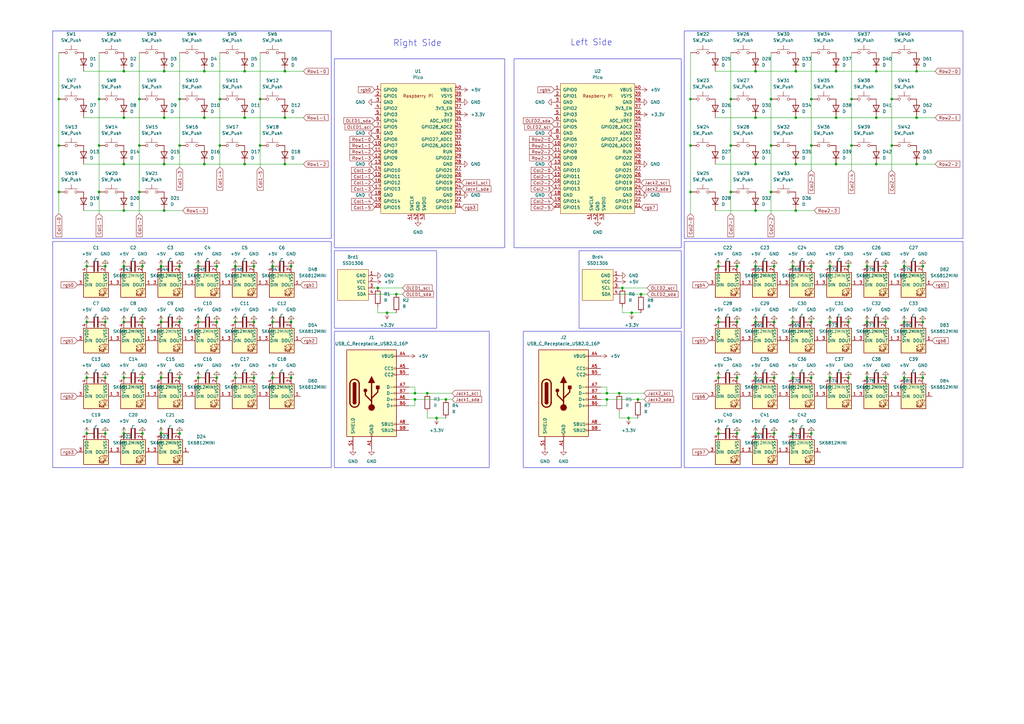
<source format=kicad_sch>
(kicad_sch (version 20231120) (generator "eeschema") (generator_version "8.0")
  (paper "A3")
  (junction (at 81.28 132.08))
  (junction (at 363.22 109.22))
  (junction (at 326.39 86.36))
  (junction (at 179.07 171.45))
  (junction (at 35.56 132.08))
  (junction (at 317.5 154.94))
  (junction (at 83.82 67.31))
  (junction (at 106.68 40.64))
  (junction (at 58.42 154.94))
  (junction (at 158.75 128.27))
  (junction (at 316.23 59.69))
  (junction (at 332.74 154.94))
  (junction (at 294.64 132.08))
  (junction (at 50.8 48.26))
  (junction (at 347.98 109.22))
  (junction (at 66.04 154.94))
  (junction (at 248.92 163.83))
  (junction (at 40.64 59.69))
  (junction (at 67.31 67.31))
  (junction (at 116.84 29.21))
  (junction (at 378.46 132.08))
  (junction (at 347.98 132.08))
  (junction (at 332.74 132.08))
  (junction (at 255.27 118.11))
  (junction (at 43.18 132.08))
  (junction (at 162.56 120.65))
  (junction (at 340.36 109.22))
  (junction (at 50.8 29.21))
  (junction (at 283.21 59.69))
  (junction (at 294.64 154.94))
  (junction (at 100.33 67.31))
  (junction (at 106.68 59.69))
  (junction (at 359.41 48.26))
  (junction (at 100.33 29.21))
  (junction (at 73.66 177.8))
  (junction (at 96.52 109.22))
  (junction (at 116.84 48.26))
  (junction (at 325.12 132.08))
  (junction (at 325.12 177.8))
  (junction (at 317.5 132.08))
  (junction (at 349.25 40.64))
  (junction (at 309.88 154.94))
  (junction (at 88.9 154.94))
  (junction (at 170.18 161.29))
  (junction (at 309.88 109.22))
  (junction (at 83.82 48.26))
  (junction (at 40.64 78.74))
  (junction (at 119.38 132.08))
  (junction (at 370.84 109.22))
  (junction (at 58.42 109.22))
  (junction (at 88.9 132.08))
  (junction (at 363.22 132.08))
  (junction (at 154.94 118.11))
  (junction (at 365.76 40.64))
  (junction (at 254 161.29))
  (junction (at 50.8 177.8))
  (junction (at 182.88 163.83))
  (junction (at 325.12 154.94))
  (junction (at 375.92 48.26))
  (junction (at 90.17 59.69))
  (junction (at 363.22 154.94))
  (junction (at 81.28 109.22))
  (junction (at 283.21 78.74))
  (junction (at 365.76 59.69))
  (junction (at 326.39 48.26))
  (junction (at 326.39 29.21))
  (junction (at 58.42 177.8))
  (junction (at 50.8 67.31))
  (junction (at 57.15 40.64))
  (junction (at 347.98 154.94))
  (junction (at 43.18 109.22))
  (junction (at 309.88 67.31))
  (junction (at 43.18 154.94))
  (junction (at 67.31 29.21))
  (junction (at 332.74 177.8))
  (junction (at 257.81 171.45))
  (junction (at 325.12 109.22))
  (junction (at 116.84 67.31))
  (junction (at 342.9 67.31))
  (junction (at 349.25 59.69))
  (junction (at 302.26 132.08))
  (junction (at 24.13 40.64))
  (junction (at 355.6 132.08))
  (junction (at 340.36 154.94))
  (junction (at 24.13 78.74))
  (junction (at 316.23 78.74))
  (junction (at 309.88 86.36))
  (junction (at 302.26 109.22))
  (junction (at 317.5 177.8))
  (junction (at 35.56 177.8))
  (junction (at 317.5 109.22))
  (junction (at 248.92 161.29))
  (junction (at 309.88 177.8))
  (junction (at 370.84 132.08))
  (junction (at 355.6 154.94))
  (junction (at 170.18 163.83))
  (junction (at 96.52 154.94))
  (junction (at 302.26 154.94))
  (junction (at 35.56 154.94))
  (junction (at 73.66 154.94))
  (junction (at 67.31 48.26))
  (junction (at 50.8 109.22))
  (junction (at 332.74 109.22))
  (junction (at 375.92 67.31))
  (junction (at 73.66 59.69))
  (junction (at 73.66 40.64))
  (junction (at 57.15 59.69))
  (junction (at 66.04 177.8))
  (junction (at 309.88 48.26))
  (junction (at 73.66 132.08))
  (junction (at 81.28 154.94))
  (junction (at 100.33 48.26))
  (junction (at 119.38 109.22))
  (junction (at 299.72 59.69))
  (junction (at 111.76 154.94))
  (junction (at 316.23 40.64))
  (junction (at 378.46 154.94))
  (junction (at 73.66 109.22))
  (junction (at 35.56 109.22))
  (junction (at 83.82 29.21))
  (junction (at 50.8 154.94))
  (junction (at 326.39 67.31))
  (junction (at 119.38 154.94))
  (junction (at 57.15 78.74))
  (junction (at 259.08 128.27))
  (junction (at 332.74 59.69))
  (junction (at 58.42 132.08))
  (junction (at 359.41 67.31))
  (junction (at 299.72 40.64))
  (junction (at 88.9 109.22))
  (junction (at 67.31 86.36))
  (junction (at 332.74 40.64))
  (junction (at 375.92 29.21))
  (junction (at 40.64 40.64))
  (junction (at 90.17 40.64))
  (junction (at 378.46 109.22))
  (junction (at 355.6 109.22))
  (junction (at 342.9 48.26))
  (junction (at 43.18 177.8))
  (junction (at 370.84 154.94))
  (junction (at 104.14 154.94))
  (junction (at 66.04 132.08))
  (junction (at 50.8 86.36))
  (junction (at 342.9 29.21))
  (junction (at 340.36 132.08))
  (junction (at 309.88 29.21))
  (junction (at 96.52 132.08))
  (junction (at 50.8 132.08))
  (junction (at 294.64 109.22))
  (junction (at 66.04 109.22))
  (junction (at 111.76 132.08))
  (junction (at 359.41 29.21))
  (junction (at 309.88 132.08))
  (junction (at 283.21 40.64))
  (junction (at 262.89 120.65))
  (junction (at 175.26 161.29))
  (junction (at 294.64 177.8))
  (junction (at 299.72 78.74))
  (junction (at 104.14 109.22))
  (junction (at 302.26 177.8))
  (junction (at 24.13 59.69))
  (junction (at 261.62 163.83))
  (junction (at 104.14 132.08))
  (junction (at 111.76 109.22))
  (wire (pts (xy 158.75 128.27) (xy 162.56 128.27)))
  (wire (pts (xy 34.29 48.26) (xy 50.8 48.26)))
  (wire (pts (xy 73.66 68.58) (xy 73.66 59.69)))
  (wire (pts (xy 50.8 48.26) (xy 67.31 48.26)))
  (wire (pts (xy 317.5 154.94) (xy 317.5 152.4)))
  (wire (pts (xy 375.92 67.31) (xy 359.41 67.31)))
  (wire (pts (xy 490.22 162.56) (xy 551.18 162.56)))
  (wire (pts (xy 81.28 154.94) (xy 81.28 152.4)))
  (wire (pts (xy 749.3 162.56) (xy 810.26 162.56)))
  (wire (pts (xy 153.67 120.65) (xy 162.56 120.65)))
  (wire (pts (xy 326.39 67.31) (xy 309.88 67.31)))
  (wire (pts (xy 749.3 127) (xy 810.26 127)))
  (wire (pts (xy 40.64 59.69) (xy 40.64 78.74)))
  (wire (pts (xy 57.15 59.69) (xy 57.15 78.74)))
  (wire (pts (xy 375.92 48.26) (xy 383.54 48.26)))
  (wire (pts (xy 248.92 163.83) (xy 246.38 163.83)))
  (wire (pts (xy 248.92 163.83) (xy 261.62 163.83)))
  (wire (pts (xy 255.27 118.11) (xy 254 118.11)))
  (wire (pts (xy 490.22 144.78) (xy 551.18 144.78)))
  (wire (pts (xy 363.22 109.22) (xy 363.22 106.68)))
  (wire (pts (xy 317.5 177.8) (xy 317.5 175.26)))
  (wire (pts (xy 50.8 177.8) (xy 50.8 175.26)))
  (wire (pts (xy 74.93 86.36) (xy 67.31 86.36)))
  (wire (pts (xy 347.98 154.94) (xy 347.98 152.4)))
  (wire (pts (xy 299.72 59.69) (xy 299.72 78.74)))
  (wire (pts (xy 309.88 67.31) (xy 293.37 67.31)))
  (wire (pts (xy 734.06 180.34) (xy 764.54 180.34)))
  (wire (pts (xy 88.9 154.94) (xy 88.9 152.4)))
  (wire (pts (xy 66.04 109.22) (xy 66.04 106.68)))
  (wire (pts (xy 154.94 128.27) (xy 158.75 128.27)))
  (wire (pts (xy 119.38 154.94) (xy 119.38 152.4)))
  (wire (pts (xy 88.9 109.22) (xy 88.9 106.68)))
  (wire (pts (xy 58.42 177.8) (xy 58.42 175.26)))
  (wire (pts (xy 316.23 21.59) (xy 316.23 40.64)))
  (wire (pts (xy 90.17 68.58) (xy 90.17 59.69)))
  (wire (pts (xy 294.64 177.8) (xy 294.64 175.26)))
  (wire (pts (xy 340.36 154.94) (xy 340.36 152.4)))
  (wire (pts (xy 378.46 132.08) (xy 378.46 129.54)))
  (wire (pts (xy 293.37 86.36) (xy 309.88 86.36)))
  (wire (pts (xy 363.22 154.94) (xy 363.22 152.4)))
  (wire (pts (xy 185.42 163.83) (xy 182.88 163.83)))
  (wire (pts (xy 293.37 48.26) (xy 309.88 48.26)))
  (wire (pts (xy 355.6 132.08) (xy 355.6 129.54)))
  (wire (pts (xy 332.74 109.22) (xy 332.74 106.68)))
  (wire (pts (xy 40.64 40.64) (xy 40.64 59.69)))
  (wire (pts (xy 24.13 21.59) (xy 24.13 40.64)))
  (wire (pts (xy 342.9 67.31) (xy 326.39 67.31)))
  (wire (pts (xy 165.1 120.65) (xy 162.56 120.65)))
  (wire (pts (xy 50.8 154.94) (xy 50.8 152.4)))
  (wire (pts (xy 43.18 177.8) (xy 43.18 175.26)))
  (wire (pts (xy 106.68 68.58) (xy 106.68 59.69)))
  (wire (pts (xy 359.41 48.26) (xy 375.92 48.26)))
  (wire (pts (xy 104.14 154.94) (xy 104.14 152.4)))
  (wire (pts (xy 170.18 163.83) (xy 182.88 163.83)))
  (wire (pts (xy 355.6 154.94) (xy 355.6 152.4)))
  (wire (pts (xy 365.76 40.64) (xy 365.76 59.69)))
  (wire (pts (xy 309.88 177.8) (xy 309.88 175.26)))
  (wire (pts (xy 349.25 21.59) (xy 349.25 40.64)))
  (wire (pts (xy 81.28 132.08) (xy 81.28 129.54)))
  (wire (pts (xy 248.92 158.75) (xy 246.38 158.75)))
  (wire (pts (xy 248.92 166.37) (xy 246.38 166.37)))
  (wire (pts (xy 106.68 40.64) (xy 106.68 59.69)))
  (wire (pts (xy 96.52 132.08) (xy 96.52 129.54)))
  (wire (pts (xy 749.3 129.54) (xy 810.26 129.54)))
  (wire (pts (xy 67.31 67.31) (xy 50.8 67.31)))
  (wire (pts (xy 316.23 59.69) (xy 316.23 78.74)))
  (wire (pts (xy 299.72 40.64) (xy 299.72 59.69)))
  (wire (pts (xy 165.1 118.11) (xy 154.94 118.11)))
  (wire (pts (xy 35.56 177.8) (xy 35.56 175.26)))
  (wire (pts (xy 309.88 154.94) (xy 309.88 152.4)))
  (wire (pts (xy 383.54 29.21) (xy 375.92 29.21)))
  (wire (pts (xy 58.42 109.22) (xy 58.42 106.68)))
  (wire (pts (xy 302.26 109.22) (xy 302.26 106.68)))
  (wire (pts (xy 170.18 163.83) (xy 167.64 163.83)))
  (wire (pts (xy 154.94 118.11) (xy 153.67 118.11)))
  (wire (pts (xy 349.25 40.64) (xy 349.25 59.69)))
  (wire (pts (xy 359.41 29.21) (xy 342.9 29.21)))
  (wire (pts (xy 294.64 154.94) (xy 294.64 152.4)))
  (wire (pts (xy 106.68 21.59) (xy 106.68 40.64)))
  (wire (pts (xy 34.29 86.36) (xy 50.8 86.36)))
  (wire (pts (xy 332.74 177.8) (xy 332.74 175.26)))
  (wire (pts (xy 83.82 29.21) (xy 67.31 29.21)))
  (wire (pts (xy 66.04 132.08) (xy 66.04 129.54)))
  (wire (pts (xy 119.38 109.22) (xy 119.38 106.68)))
  (wire (pts (xy 175.26 171.45) (xy 179.07 171.45)))
  (wire (pts (xy 283.21 40.64) (xy 283.21 59.69)))
  (wire (pts (xy 255.27 128.27) (xy 259.08 128.27)))
  (wire (pts (xy 283.21 78.74) (xy 283.21 59.69)))
  (wire (pts (xy 370.84 132.08) (xy 370.84 129.54)))
  (wire (pts (xy 363.22 132.08) (xy 363.22 129.54)))
  (wire (pts (xy 246.38 161.29) (xy 248.92 161.29)))
  (wire (pts (xy 35.56 132.08) (xy 35.56 129.54)))
  (wire (pts (xy 81.28 109.22) (xy 81.28 106.68)))
  (wire (pts (xy 111.76 132.08) (xy 111.76 129.54)))
  (wire (pts (xy 332.74 40.64) (xy 332.74 59.69)))
  (wire (pts (xy 334.01 86.36) (xy 326.39 86.36)))
  (wire (pts (xy 170.18 161.29) (xy 175.26 161.29)))
  (wire (pts (xy 90.17 40.64) (xy 90.17 59.69)))
  (wire (pts (xy 259.08 128.27) (xy 262.89 128.27)))
  (wire (pts (xy 170.18 158.75) (xy 170.18 161.29)))
  (wire (pts (xy 294.64 132.08) (xy 294.64 129.54)))
  (wire (pts (xy 254 161.29) (xy 264.16 161.29)))
  (wire (pts (xy 43.18 154.94) (xy 43.18 152.4)))
  (wire (pts (xy 316.23 40.64) (xy 316.23 59.69)))
  (wire (pts (xy 383.54 67.31) (xy 375.92 67.31)))
  (wire (pts (xy 309.88 86.36) (xy 326.39 86.36)))
  (wire (pts (xy 342.9 29.21) (xy 326.39 29.21)))
  (wire (pts (xy 257.81 171.45) (xy 261.62 171.45)))
  (wire (pts (xy 248.92 166.37) (xy 248.92 163.83)))
  (wire (pts (xy 309.88 29.21) (xy 293.37 29.21)))
  (wire (pts (xy 332.74 21.59) (xy 332.74 40.64)))
  (wire (pts (xy 375.92 29.21) (xy 359.41 29.21)))
  (wire (pts (xy 255.27 125.73) (xy 255.27 128.27)))
  (wire (pts (xy 50.8 132.08) (xy 50.8 129.54)))
  (wire (pts (xy 370.84 109.22) (xy 370.84 106.68)))
  (wire (pts (xy 332.74 132.08) (xy 332.74 129.54)))
  (wire (pts (xy 254 171.45) (xy 257.81 171.45)))
  (wire (pts (xy 302.26 177.8) (xy 302.26 175.26)))
  (wire (pts (xy 96.52 109.22) (xy 96.52 106.68)))
  (wire (pts (xy 347.98 109.22) (xy 347.98 106.68)))
  (wire (pts (xy 359.41 67.31) (xy 342.9 67.31)))
  (wire (pts (xy 325.12 154.94) (xy 325.12 152.4)))
  (wire (pts (xy 111.76 109.22) (xy 111.76 106.68)))
  (wire (pts (xy 66.04 177.8) (xy 66.04 175.26)))
  (wire (pts (xy 326.39 29.21) (xy 309.88 29.21)))
  (wire (pts (xy 332.74 154.94) (xy 332.74 152.4)))
  (wire (pts (xy 749.3 144.78) (xy 810.26 144.78)))
  (wire (pts (xy 316.23 78.74) (xy 316.23 87.63)))
  (wire (pts (xy 104.14 132.08) (xy 104.14 129.54)))
  (wire (pts (xy 175.26 161.29) (xy 185.42 161.29)))
  (wire (pts (xy 67.31 48.26) (xy 83.82 48.26)))
  (wire (pts (xy 40.64 87.63) (xy 40.64 78.74)))
  (wire (pts (xy 317.5 132.08) (xy 317.5 129.54)))
  (wire (pts (xy 124.46 29.21) (xy 116.84 29.21)))
  (wire (pts (xy 332.74 69.85) (xy 332.74 59.69)))
  (wire (pts (xy 283.21 87.63) (xy 283.21 78.74)))
  (wire (pts (xy 24.13 87.63) (xy 24.13 78.74)))
  (wire (pts (xy 57.15 40.64) (xy 57.15 59.69)))
  (wire (pts (xy 370.84 154.94) (xy 370.84 152.4)))
  (wire (pts (xy 111.76 154.94) (xy 111.76 152.4)))
  (wire (pts (xy 58.42 132.08) (xy 58.42 129.54)))
  (wire (pts (xy 283.21 21.59) (xy 283.21 40.64)))
  (wire (pts (xy 40.64 21.59) (xy 40.64 40.64)))
  (wire (pts (xy 179.07 171.45) (xy 182.88 171.45)))
  (wire (pts (xy 248.92 158.75) (xy 248.92 161.29)))
  (wire (pts (xy 378.46 154.94) (xy 378.46 152.4)))
  (wire (pts (xy 170.18 166.37) (xy 167.64 166.37)))
  (wire (pts (xy 73.66 132.08) (xy 73.66 129.54)))
  (wire (pts (xy 73.66 177.8) (xy 73.66 175.26)))
  (wire (pts (xy 43.18 132.08) (xy 43.18 129.54)))
  (wire (pts (xy 96.52 154.94) (xy 96.52 152.4)))
  (wire (pts (xy 355.6 109.22) (xy 355.6 106.68)))
  (wire (pts (xy 365.76 69.85) (xy 365.76 59.69)))
  (wire (pts (xy 326.39 48.26) (xy 342.9 48.26)))
  (wire (pts (xy 73.66 40.64) (xy 73.66 59.69)))
  (wire (pts (xy 116.84 48.26) (xy 124.46 48.26)))
  (wire (pts (xy 347.98 132.08) (xy 347.98 129.54)))
  (wire (pts (xy 248.92 161.29) (xy 254 161.29)))
  (wire (pts (xy 167.64 161.29) (xy 170.18 161.29)))
  (wire (pts (xy 100.33 29.21) (xy 83.82 29.21)))
  (wire (pts (xy 734.06 147.32) (xy 810.26 147.32)))
  (wire (pts (xy 294.64 109.22) (xy 294.64 106.68)))
  (wire (pts (xy 170.18 166.37) (xy 170.18 163.83)))
  (wire (pts (xy 749.3 111.76) (xy 810.26 111.76)))
  (wire (pts (xy 24.13 59.69) (xy 24.13 78.74)))
  (wire (pts (xy 50.8 109.22) (xy 50.8 106.68)))
  (wire (pts (xy 154.94 125.73) (xy 154.94 128.27)))
  (wire (pts (xy 73.66 154.94) (xy 73.66 152.4)))
  (wire (pts (xy 35.56 154.94) (xy 35.56 152.4)))
  (wire (pts (xy 474.98 180.34) (xy 505.46 180.34)))
  (wire (pts (xy 24.13 40.64) (xy 24.13 59.69)))
  (wire (pts (xy 349.25 59.69) (xy 349.25 69.85)))
  (wire (pts (xy 175.26 168.91) (xy 175.26 171.45)))
  (wire (pts (xy 265.43 120.65) (xy 262.89 120.65)))
  (wire (pts (xy 170.18 158.75) (xy 167.64 158.75)))
  (wire (pts (xy 265.43 118.11) (xy 255.27 118.11)))
  (wire (pts (xy 365.76 21.59) (xy 365.76 40.64)))
  (wire (pts (xy 309.88 48.26) (xy 326.39 48.26)))
  (wire (pts (xy 50.8 29.21) (xy 34.29 29.21)))
  (wire (pts (xy 50.8 67.31) (xy 34.29 67.31)))
  (wire (pts (xy 254 168.91) (xy 254 171.45)))
  (wire (pts (xy 302.26 132.08) (xy 302.26 129.54)))
  (wire (pts (xy 57.15 87.63) (xy 57.15 78.74)))
  (wire (pts (xy 73.66 109.22) (xy 73.66 106.68)))
  (wire (pts (xy 309.88 132.08) (xy 309.88 129.54)))
  (wire (pts (xy 90.17 21.59) (xy 90.17 40.64)))
  (wire (pts (xy 100.33 67.31) (xy 83.82 67.31)))
  (wire (pts (xy 83.82 67.31) (xy 67.31 67.31)))
  (wire (pts (xy 73.66 21.59) (xy 73.66 40.64)))
  (wire (pts (xy 100.33 48.26) (xy 116.84 48.26)))
  (wire (pts (xy 35.56 109.22) (xy 35.56 106.68)))
  (wire (pts (xy 325.12 109.22) (xy 325.12 106.68)))
  (wire (pts (xy 340.36 132.08) (xy 340.36 129.54)))
  (wire (pts (xy 58.42 154.94) (xy 58.42 152.4)))
  (wire (pts (xy 119.38 132.08) (xy 119.38 129.54)))
  (wire (pts (xy 325.12 132.08) (xy 325.12 129.54)))
  (wire (pts (xy 57.15 21.59) (xy 57.15 40.64)))
  (wire (pts (xy 264.16 163.83) (xy 261.62 163.83)))
  (wire (pts (xy 299.72 21.59) (xy 299.72 40.64)))
  (wire (pts (xy 124.46 67.31) (xy 116.84 67.31)))
  (wire (pts (xy 116.84 67.31) (xy 100.33 67.31)))
  (wire (pts (xy 378.46 109.22) (xy 378.46 106.68)))
  (wire (pts (xy 340.36 109.22) (xy 340.36 106.68)))
  (wire (pts (xy 83.82 48.26) (xy 100.33 48.26)))
  (wire (pts (xy 474.98 127) (xy 551.18 127)))
  (wire (pts (xy 254 120.65) (xy 262.89 120.65)))
  (wire (pts (xy 317.5 109.22) (xy 317.5 106.68)))
  (wire (pts (xy 50.8 86.36) (xy 67.31 86.36)))
  (wire (pts (xy 67.31 29.21) (xy 50.8 29.21)))
  (wire (pts (xy 88.9 132.08) (xy 88.9 129.54)))
  (wire (pts (xy 299.72 78.74) (xy 299.72 87.63)))
  (wire (pts (xy 749.3 165.1) (xy 764.54 165.1)))
  (wire (pts (xy 116.84 29.21) (xy 100.33 29.21)))
  (wire (pts (xy 66.04 154.94) (xy 66.04 152.4)))
  (wire (pts (xy 309.88 109.22) (xy 309.88 106.68)))
  (wire (pts (xy 325.12 177.8) (xy 325.12 175.26)))
  (wire (pts (xy 43.18 109.22) (xy 43.18 106.68)))
  (wire (pts (xy 302.26 154.94) (xy 302.26 152.4)))
  (wire (pts (xy 342.9 48.26) (xy 359.41 48.26)))
  (wire (pts (xy 104.14 109.22) (xy 104.14 106.68)))
  (rectangle (start 237.49 102.87) (end 279.4 134.62))
  (rectangle (start 137.16 135.89) (end 200.66 191.77))
  (rectangle (start 214.63 135.89) (end 279.4 191.77))
  (rectangle (start 21.59 99.06) (end 135.89 191.77))
  (rectangle (start 280.67 99.06) (end 394.97 191.77))
  (rectangle (start 21.59 12.7) (end 135.89 97.79))
  (rectangle (start 137.16 102.87) (end 179.07 134.62))
  (rectangle (start 280.67 12.7) (end 394.97 97.79))
  (rectangle (start 210.82 24.13) (end 279.4 101.6))
  (rectangle (start 137.16 24.13) (end 207.01 101.6))
  (text "Right Side" (exclude_from_sim yes) (at 171.196 17.78 0) (effects (font (size 2.54 2.54))))
  (text "Left Side" (exclude_from_sim yes) (at 242.57 17.526 0) (effects (font (size 2.54 2.54))))
  (global_label "Jack2_sda" (shape input) (at 264.16 163.83 0) (property "Intersheetrefs" "${INTERSHEET_REFS}" (effects (hide yes))))
  (global_label "OLED1_scl" (shape input) (at 153.67 52.07 180) (property "Intersheetrefs" "${INTERSHEET_REFS}" (effects (hide yes))))
  (global_label "OLED1_sda" (shape input) (at 165.1 120.65 0) (property "Intersheetrefs" "${INTERSHEET_REFS}" (effects (hide yes))))
  (global_label "Jack2_scl" (shape input) (at 262.89 74.93 0) (property "Intersheetrefs" "${INTERSHEET_REFS}" (effects (hide yes))))
  (global_label "Col1-1" (shape input) (at 153.67 72.39 180) (property "Intersheetrefs" "${INTERSHEET_REFS}" (effects (hide yes))))
  (global_label "Row1-0" (shape input) (at 124.46 29.21 0) (property "Intersheetrefs" "${INTERSHEET_REFS}" (effects (hide yes))))
  (global_label "OLED2_scl" (shape input) (at 227.33 52.07 180) (property "Intersheetrefs" "${INTERSHEET_REFS}" (effects (hide yes))))
  (global_label "Row2-0" (shape input) (at 227.33 57.15 180) (property "Intersheetrefs" "${INTERSHEET_REFS}" (effects (hide yes))))
  (global_label "Jack2_scl" (shape input) (at 264.16 161.29 0) (property "Intersheetrefs" "${INTERSHEET_REFS}" (effects (hide yes))))
  (global_label "rgb1" (shape input) (at 31.75 139.7 180) (property "Intersheetrefs" "${INTERSHEET_REFS}" (effects (hide yes))))
  (global_label "Col1-2" (shape input) (at 153.67 74.93 180) (property "Intersheetrefs" "${INTERSHEET_REFS}" (effects (hide yes))))
  (global_label "rgb3" (shape input) (at 31.75 185.42 180) (property "Intersheetrefs" "${INTERSHEET_REFS}" (effects (hide yes))))
  (global_label "Col2-2" (shape input) (at 316.23 87.63 270) (property "Intersheetrefs" "${INTERSHEET_REFS}" (effects (hide yes))))
  (global_label "Col2-3" (shape input) (at 332.74 69.85 270) (property "Intersheetrefs" "${INTERSHEET_REFS}" (effects (hide yes))))
  (global_label "Col2-2" (shape input) (at 227.33 74.93 180) (property "Intersheetrefs" "${INTERSHEET_REFS}" (effects (hide yes))))
  (global_label "rgb3" (shape input) (at 189.23 85.09 0) (property "Intersheetrefs" "${INTERSHEET_REFS}" (effects (hide yes))))
  (global_label "rgb6" (shape input) (at 290.83 162.56 180) (property "Intersheetrefs" "${INTERSHEET_REFS}" (effects (hide yes))))
  (global_label "Row2-3" (shape input) (at 334.01 86.36 0) (property "Intersheetrefs" "${INTERSHEET_REFS}" (effects (hide yes))))
  (global_label "Col2-0" (shape input) (at 283.21 87.63 270) (property "Intersheetrefs" "${INTERSHEET_REFS}" (effects (hide yes))))
  (global_label "Col2-1" (shape input) (at 299.72 87.63 270) (property "Intersheetrefs" "${INTERSHEET_REFS}" (effects (hide yes))))
  (global_label "Col1-4" (shape input) (at 153.67 82.55 180) (property "Intersheetrefs" "${INTERSHEET_REFS}" (effects (hide yes))))
  (global_label "Row1-2" (shape input) (at 124.46 67.31 0) (property "Intersheetrefs" "${INTERSHEET_REFS}" (effects (hide yes))))
  (global_label "OLED2_sda" (shape input) (at 227.33 49.53 180) (property "Intersheetrefs" "${INTERSHEET_REFS}" (effects (hide yes))))
  (global_label "Col1-3" (shape input) (at 73.66 68.58 270) (property "Intersheetrefs" "${INTERSHEET_REFS}" (effects (hide yes))))
  (global_label "Row2-3" (shape input) (at 227.33 64.77 180) (property "Intersheetrefs" "${INTERSHEET_REFS}" (effects (hide yes))))
  (global_label "Col2-1" (shape input) (at 227.33 72.39 180) (property "Intersheetrefs" "${INTERSHEET_REFS}" (effects (hide yes))))
  (global_label "Col1-3" (shape input) (at 153.67 77.47 180) (property "Intersheetrefs" "${INTERSHEET_REFS}" (effects (hide yes))))
  (global_label "Jack1_sda" (shape input) (at 185.42 163.83 0) (property "Intersheetrefs" "${INTERSHEET_REFS}" (effects (hide yes))))
  (global_label "rgb2" (shape input) (at 31.75 162.56 180) (property "Intersheetrefs" "${INTERSHEET_REFS}" (effects (hide yes))))
  (global_label "Jack2_sda" (shape input) (at 262.89 77.47 0) (property "Intersheetrefs" "${INTERSHEET_REFS}" (effects (hide yes))))
  (global_label "Row1-1" (shape input) (at 124.46 48.26 0) (property "Intersheetrefs" "${INTERSHEET_REFS}" (effects (hide yes))))
  (global_label "OLED2_scl" (shape input) (at 265.43 118.11 0) (property "Intersheetrefs" "${INTERSHEET_REFS}" (effects (hide yes))))
  (global_label "Row1-2" (shape input) (at 153.67 62.23 180) (property "Intersheetrefs" "${INTERSHEET_REFS}" (effects (hide yes))))
  (global_label "rgb4" (shape input) (at 227.33 36.83 180) (property "Intersheetrefs" "${INTERSHEET_REFS}" (effects (hide yes))))
  (global_label "Row1-1" (shape input) (at 153.67 59.69 180) (property "Intersheetrefs" "${INTERSHEET_REFS}" (effects (hide yes))))
  (global_label "rgb5" (shape input) (at 290.83 139.7 180) (property "Intersheetrefs" "${INTERSHEET_REFS}" (effects (hide yes))))
  (global_label "rgb1" (shape input) (at 123.19 116.84 0) (property "Intersheetrefs" "${INTERSHEET_REFS}" (effects (hide yes))))
  (global_label "rgb6" (shape input) (at 382.27 139.7 0) (property "Intersheetrefs" "${INTERSHEET_REFS}" (effects (hide yes))))
  (global_label "Row2-2" (shape input) (at 383.54 67.31 0) (property "Intersheetrefs" "${INTERSHEET_REFS}" (effects (hide yes))))
  (global_label "rgb0" (shape input) (at 153.67 36.83 180) (property "Intersheetrefs" "${INTERSHEET_REFS}" (effects (hide yes))))
  (global_label "Row2-1" (shape input) (at 227.33 59.69 180) (property "Intersheetrefs" "${INTERSHEET_REFS}" (effects (hide yes))))
  (global_label "Row1-0" (shape input) (at 153.67 57.15 180) (property "Intersheetrefs" "${INTERSHEET_REFS}" (effects (hide yes))))
  (global_label "Col2-4" (shape input) (at 349.25 69.85 270) (property "Intersheetrefs" "${INTERSHEET_REFS}" (effects (hide yes))))
  (global_label "rgb5" (shape input) (at 382.27 116.84 0) (property "Intersheetrefs" "${INTERSHEET_REFS}" (effects (hide yes))))
  (global_label "OLED1_sda" (shape input) (at 153.67 49.53 180) (property "Intersheetrefs" "${INTERSHEET_REFS}" (effects (hide yes))))
  (global_label "Jack1_sda" (shape input) (at 189.23 77.47 0) (property "Intersheetrefs" "${INTERSHEET_REFS}" (effects (hide yes))))
  (global_label "Col1-2" (shape input) (at 57.15 87.63 270) (property "Intersheetrefs" "${INTERSHEET_REFS}" (effects (hide yes))))
  (global_label "rgb7" (shape input) (at 262.89 85.09 0) (property "Intersheetrefs" "${INTERSHEET_REFS}" (effects (hide yes))))
  (global_label "Col2-5" (shape input) (at 365.76 69.85 270) (property "Intersheetrefs" "${INTERSHEET_REFS}" (effects (hide yes))))
  (global_label "Row2-1" (shape input) (at 383.54 48.26 0) (property "Intersheetrefs" "${INTERSHEET_REFS}" (effects (hide yes))))
  (global_label "OLED2_sda" (shape input) (at 265.43 120.65 0) (property "Intersheetrefs" "${INTERSHEET_REFS}" (effects (hide yes))))
  (global_label "Row2-0" (shape input) (at 383.54 29.21 0) (property "Intersheetrefs" "${INTERSHEET_REFS}" (effects (hide yes))))
  (global_label "rgb0" (shape input) (at 31.75 116.84 180) (property "Intersheetrefs" "${INTERSHEET_REFS}" (effects (hide yes))))
  (global_label "Col2-3" (shape input) (at 227.33 77.47 180) (property "Intersheetrefs" "${INTERSHEET_REFS}" (effects (hide yes))))
  (global_label "rgb4" (shape input) (at 290.83 116.84 180) (property "Intersheetrefs" "${INTERSHEET_REFS}" (effects (hide yes))))
  (global_label "Col1-5" (shape input) (at 153.67 85.09 180) (property "Intersheetrefs" "${INTERSHEET_REFS}" (effects (hide yes))))
  (global_label "Col1-4" (shape input) (at 90.17 68.58 270) (property "Intersheetrefs" "${INTERSHEET_REFS}" (effects (hide yes))))
  (global_label "Col1-0" (shape input) (at 24.13 87.63 270) (property "Intersheetrefs" "${INTERSHEET_REFS}" (effects (hide yes))))
  (global_label "Col1-0" (shape input) (at 153.67 69.85 180) (property "Intersheetrefs" "${INTERSHEET_REFS}" (effects (hide yes))))
  (global_label "rgb7" (shape input) (at 290.83 185.42 180) (property "Intersheetrefs" "${INTERSHEET_REFS}" (effects (hide yes))))
  (global_label "Col1-1" (shape input) (at 40.64 87.63 270) (property "Intersheetrefs" "${INTERSHEET_REFS}" (effects (hide yes))))
  (global_label "Col2-5" (shape input) (at 227.33 85.09 180) (property "Intersheetrefs" "${INTERSHEET_REFS}" (effects (hide yes))))
  (global_label "Jack1_scl" (shape input) (at 185.42 161.29 0) (property "Intersheetrefs" "${INTERSHEET_REFS}" (effects (hide yes))))
  (global_label "Jack1_scl" (shape input) (at 189.23 74.93 0) (property "Intersheetrefs" "${INTERSHEET_REFS}" (effects (hide yes))))
  (global_label "Col2-4" (shape input) (at 227.33 82.55 180) (property "Intersheetrefs" "${INTERSHEET_REFS}" (effects (hide yes))))
  (global_label "Col1-5" (shape input) (at 106.68 68.58 270) (property "Intersheetrefs" "${INTERSHEET_REFS}" (effects (hide yes))))
  (global_label "Row1-3" (shape input) (at 153.67 64.77 180) (property "Intersheetrefs" "${INTERSHEET_REFS}" (effects (hide yes))))
  (global_label "rgb2" (shape input) (at 123.19 139.7 0) (property "Intersheetrefs" "${INTERSHEET_REFS}" (effects (hide yes))))
  (global_label "Col2-0" (shape input) (at 227.33 69.85 180) (property "Intersheetrefs" "${INTERSHEET_REFS}" (effects (hide yes))))
  (global_label "Row2-2" (shape input) (at 227.33 62.23 180) (property "Intersheetrefs" "${INTERSHEET_REFS}" (effects (hide yes))))
  (global_label "OLED1_scl" (shape input) (at 165.1 118.11 0) (property "Intersheetrefs" "${INTERSHEET_REFS}" (effects (hide yes))))
  (global_label "Row1-3" (shape input) (at 74.93 86.36 0) (property "Intersheetrefs" "${INTERSHEET_REFS}" (effects (hide yes))))
  (symbol (lib_id "power:GND") (at 189.23 41.91 90) (unit 1)
    (property "Reference" "#PWR013" (effects (hide yes)))
    (property "Value" "GND" (at 193.04 41.9099 90) (effects (justify right)))
    (property "Description" "Power symbol creates a global label with name \"GND\" , ground" (effects (hide yes)))
  )
  (symbol (lib_id "LED:SK6812MINI") (at 328.93 162.56 0) (unit 1)
    (property "Reference" "D74" (at 341.63 156.2414 0))
    (property "Value" "SK6812MINI" (at 341.63 158.7814 0))
    (property "Footprint" "Cheyao Macropad PCB Neopixel:SK6812MINI-E" (effects (hide yes)))
    (property "Datasheet" "https://cdn-shop.adafruit.com/product-files/2686/SK6812MINI_REV.01-1-2.pdf" (effects (hide yes)))
    (property "Description" "RGB LED with integrated controller" (effects (hide yes)))
  )
  (symbol (lib_id "Device:C") (at 298.45 154.94 90) (unit 1)
    (property "Reference" "C34" (at 298.45 147.32 90))
    (property "Value" "C" (at 298.45 152.4 90))
    (property "Footprint" "Capacitor_SMD:C_0805_2012Metric_Pad1.18x1.45mm_HandSolder" (effects (hide yes)))
    (property "Description" "Unpolarized capacitor" (effects (hide yes)))
  )
  (symbol (lib_id "power:+5V") (at 35.56 109.22 0) (unit 1)
    (property "Reference" "#PWR03" (effects (hide yes)))
    (property "Value" "+5V" (at 35.56 104.14 0))
    (property "Description" "Power symbol creates a global label with name \"+5V\"" (effects (hide yes)))
  )
  (symbol (lib_id "Device:D") (at 359.41 44.45 90) (unit 1)
    (property "Reference" "D41" (at 361.95 43.1799 90) (effects (justify right)))
    (property "Value" "D" (at 361.95 45.7199 90) (effects (justify right)))
    (property "Footprint" "Diode_THT:D_DO-35_SOD27_P7.62mm_Horizontal" (effects (hide yes)))
    (property "Description" "Diode" (effects (hide yes)))
    (property "Sim.Device" "D" (effects (hide yes)))
    (property "Sim.Pins" "1=K 2=A" (effects (hide yes)))
  )
  (symbol (lib_id "LED:SK6812MINI") (at 313.69 116.84 0) (unit 1)
    (property "Reference" "D68" (at 326.39 110.5214 0))
    (property "Value" "SK6812MINI" (at 326.39 113.0614 0))
    (property "Footprint" "Cheyao Macropad PCB Neopixel:SK6812MINI-E" (effects (hide yes)))
    (property "Datasheet" "https://cdn-shop.adafruit.com/product-files/2686/SK6812MINI_REV.01-1-2.pdf" (effects (hide yes)))
    (property "Description" "RGB LED with integrated controller" (effects (hide yes)))
  )
  (symbol (lib_id "power:+3.3V") (at 259.08 128.27 180) (unit 1)
    (property "Reference" "#PWR030" (effects (hide yes)))
    (property "Value" "+3.3V" (at 259.08 133.35 0))
    (property "Description" "Power symbol creates a global label with name \"+3.3V\"" (effects (hide yes)))
  )
  (symbol (lib_id "power:+5V") (at 111.76 109.22 0) (unit 1)
    (property "Reference" "#PWR052" (effects (hide yes)))
    (property "Value" "+5V" (at 111.76 104.14 0))
    (property "Description" "Power symbol creates a global label with name \"+5V\"" (effects (hide yes)))
  )
  (symbol (lib_id "Device:C") (at 344.17 154.94 90) (unit 1)
    (property "Reference" "C37" (at 344.17 147.32 90))
    (property "Value" "C" (at 344.17 152.4 90))
    (property "Footprint" "Capacitor_SMD:C_0805_2012Metric_Pad1.18x1.45mm_HandSolder" (effects (hide yes)))
    (property "Description" "Unpolarized capacitor" (effects (hide yes)))
  )
  (symbol (lib_id "Device:C") (at 298.45 177.8 90) (unit 1)
    (property "Reference" "C40" (at 298.45 170.18 90))
    (property "Value" "C" (at 298.45 175.26 90))
    (property "Footprint" "Capacitor_SMD:C_0805_2012Metric_Pad1.18x1.45mm_HandSolder" (effects (hide yes)))
    (property "Description" "Unpolarized capacitor" (effects (hide yes)))
  )
  (symbol (lib_id "Switch:SW_Push") (at 95.25 21.59 0) (unit 1)
    (property "Reference" "SW5" (at 95.25 13.97 0))
    (property "Value" "SW_Push" (at 95.25 16.51 0))
    (property "Footprint" "Switch_Keyboard_Cherry_MX:SW_Cherry_MX_PCB_1.00u" (effects (hide yes)))
    (property "Description" "Push button switch, generic, two pins" (effects (hide yes)))
  )
  (symbol (lib_id "Switch:SW_Push") (at 78.74 21.59 0) (unit 1)
    (property "Reference" "SW4" (at 78.74 13.97 0))
    (property "Value" "SW_Push" (at 78.74 16.51 0))
    (property "Footprint" "Switch_Keyboard_Cherry_MX:SW_Cherry_MX_PCB_1.00u" (effects (hide yes)))
    (property "Description" "Push button switch, generic, two pins" (effects (hide yes)))
  )
  (symbol (lib_id "Device:C") (at 39.37 154.94 90) (unit 1)
    (property "Reference" "C13" (at 39.37 147.32 90))
    (property "Value" "C" (at 39.37 152.4 90))
    (property "Footprint" "Capacitor_SMD:C_0805_2012Metric_Pad1.18x1.45mm_HandSolder" (effects (hide yes)))
    (property "Description" "Unpolarized capacitor" (effects (hide yes)))
  )
  (symbol (lib_id "power:+5V") (at 111.76 132.08 0) (unit 1)
    (property "Reference" "#PWR064" (effects (hide yes)))
    (property "Value" "+5V" (at 111.76 127 0))
    (property "Description" "Power symbol creates a global label with name \"+5V\"" (effects (hide yes)))
  )
  (symbol (lib_id "Switch:SW_Push") (at 111.76 59.69 0) (unit 1)
    (property "Reference" "SW18" (at 111.76 52.07 0))
    (property "Value" "SW_Push" (at 111.76 54.61 0))
    (property "Footprint" "Switch_Keyboard_Cherry_MX:SW_Cherry_MX_PCB_1.00u" (effects (hide yes)))
    (property "Description" "Push button switch, generic, two pins" (effects (hide yes)))
  )
  (symbol (lib_id "LED:SK6812MINI") (at 100.33 162.56 0) (unit 1)
    (property "Reference" "D59" (effects (hide yes)))
    (property "Value" "SK6812MINI" (at 113.03 158.7814 0))
    (property "Footprint" "Cheyao Macropad PCB Neopixel:SK6812MINI-E" (effects (hide yes)))
    (property "Datasheet" "https://cdn-shop.adafruit.com/product-files/2686/SK6812MINI_REV.01-1-2.pdf" (effects (hide yes)))
    (property "Description" "RGB LED with integrated controller" (effects (hide yes)))
  )
  (symbol (lib_id "power:GND") (at 363.22 132.08 180) (unit 1)
    (property "Reference" "#PWR098" (effects (hide yes)))
    (property "Value" "GND" (at 363.22 127 0))
    (property "Description" "Power symbol creates a global label with name \"GND\" , ground" (effects (hide yes)))
  )
  (symbol (lib_id "LED:SK6812MINI") (at 100.33 139.7 0) (unit 1)
    (property "Reference" "D53" (effects (hide yes)))
    (property "Value" "SK6812MINI" (at 113.03 135.9214 0))
    (property "Footprint" "Cheyao Macropad PCB Neopixel:SK6812MINI-E" (effects (hide yes)))
    (property "Datasheet" "https://cdn-shop.adafruit.com/product-files/2686/SK6812MINI_REV.01-1-2.pdf" (effects (hide yes)))
    (property "Description" "RGB LED with integrated controller" (effects (hide yes)))
  )
  (symbol (lib_id "Switch:SW_Push") (at 321.31 21.59 0) (unit 1)
    (property "Reference" "SW30" (at 321.31 13.97 0))
    (property "Value" "SW_Push" (at 321.31 16.51 0))
    (property "Footprint" "Switch_Keyboard_Cherry_MX:SW_Cherry_MX_PCB_1.00u" (effects (hide yes)))
    (property "Description" "Push button switch, generic, two pins" (effects (hide yes)))
  )
  (symbol (lib_id "power:+3.3V") (at 179.07 171.45 180) (unit 1)
    (property "Reference" "#PWR096" (effects (hide yes)))
    (property "Value" "+3.3V" (at 179.07 176.53 0))
    (property "Description" "Power symbol creates a global label with name \"+3.3V\"" (effects (hide yes)))
  )
  (symbol (lib_id "power:GND") (at 88.9 109.22 180) (unit 1)
    (property "Reference" "#PWR025" (effects (hide yes)))
    (property "Value" "GND" (at 88.9 104.14 0))
    (property "Description" "Power symbol creates a global label with name \"GND\" , ground" (effects (hide yes)))
  )
  (symbol (lib_id "power:GND") (at 58.42 109.22 180) (unit 1)
    (property "Reference" "#PWR05" (effects (hide yes)))
    (property "Value" "GND" (at 58.42 104.14 0))
    (property "Description" "Power symbol creates a global label with name \"GND\" , ground" (effects (hide yes)))
  )
  (symbol (lib_id "LED:SK6812MINI") (at 328.93 139.7 0) (unit 1)
    (property "Reference" "D73" (at 341.63 133.3814 0))
    (property "Value" "SK6812MINI" (at 341.63 135.9214 0))
    (property "Footprint" "Cheyao Macropad PCB Neopixel:SK6812MINI-E" (effects (hide yes)))
    (property "Datasheet" "https://cdn-shop.adafruit.com/product-files/2686/SK6812MINI_REV.01-1-2.pdf" (effects (hide yes)))
    (property "Description" "RGB LED with integrated controller" (effects (hide yes)))
  )
  (symbol (lib_id "LED:SK6812MINI") (at 69.85 139.7 0) (unit 1)
    (property "Reference" "D51" (effects (hide yes)))
    (property "Value" "SK6812MINI" (at 82.55 135.9214 0))
    (property "Footprint" "Cheyao Macropad PCB Neopixel:SK6812MINI-E" (effects (hide yes)))
    (property "Datasheet" "https://cdn-shop.adafruit.com/product-files/2686/SK6812MINI_REV.01-1-2.pdf" (effects (hide yes)))
    (property "Description" "RGB LED with integrated controller" (effects (hide yes)))
  )
  (symbol (lib_id "power:+5V") (at 294.64 177.8 0) (unit 1)
    (property "Reference" "#PWR0113" (effects (hide yes)))
    (property "Value" "+5V" (at 294.64 172.72 0))
    (property "Description" "Power symbol creates a global label with name \"+5V\"" (effects (hide yes)))
  )
  (symbol (lib_id "Device:C") (at 328.93 132.08 90) (unit 1)
    (property "Reference" "C30" (at 328.93 124.46 90))
    (property "Value" "C" (at 328.93 129.54 90))
    (property "Footprint" "Capacitor_SMD:C_0805_2012Metric_Pad1.18x1.45mm_HandSolder" (effects (hide yes)))
    (property "Description" "Unpolarized capacitor" (effects (hide yes)))
  )
  (symbol (lib_id "power:GND") (at 189.23 67.31 90) (unit 1)
    (property "Reference" "#PWR018" (effects (hide yes)))
    (property "Value" "GND" (at 193.04 67.3099 90) (effects (justify right)))
    (property "Description" "Power symbol creates a global label with name \"GND\" , ground" (effects (hide yes)))
  )
  (symbol (lib_id "power:GND") (at 171.45 90.17 0) (unit 1)
    (property "Reference" "#PWR011" (effects (hide yes)))
    (property "Value" "GND" (at 171.45 95.25 0))
    (property "Description" "Power symbol creates a global label with name \"GND\" , ground" (effects (hide yes)))
  )
  (symbol (lib_id "power:GND") (at 262.89 80.01 90) (unit 1)
    (property "Reference" "#PWR040" (effects (hide yes)))
    (property "Value" "GND" (at 266.7 80.0099 90) (effects (justify right)))
    (property "Description" "Power symbol creates a global label with name \"GND\" , ground" (effects (hide yes)))
  )
  (symbol (lib_id "power:+5V") (at 340.36 109.22 0) (unit 1)
    (property "Reference" "#PWR046" (effects (hide yes)))
    (property "Value" "+5V" (at 340.36 104.14 0))
    (property "Description" "Power symbol creates a global label with name \"+5V\"" (effects (hide yes)))
  )
  (symbol (lib_id "Device:D") (at 326.39 82.55 90) (unit 1)
    (property "Reference" "D36" (at 328.93 81.2799 90) (effects (justify right)))
    (property "Value" "D" (at 328.93 83.8199 90) (effects (justify right)))
    (property "Footprint" "Diode_THT:D_DO-35_SOD27_P7.62mm_Horizontal" (effects (hide yes)))
    (property "Description" "Diode" (effects (hide yes)))
    (property "Sim.Device" "D" (effects (hide yes)))
    (property "Sim.Pins" "1=K 2=A" (effects (hide yes)))
  )
  (symbol (lib_id "power:GND") (at 378.46 132.08 180) (unit 1)
    (property "Reference" "#PWR0100" (effects (hide yes)))
    (property "Value" "GND" (at 378.46 127 0))
    (property "Description" "Power symbol creates a global label with name \"GND\" , ground" (effects (hide yes)))
  )
  (symbol (lib_id "Switch:SW_Push") (at 95.25 59.69 0) (unit 1)
    (property "Reference" "SW17" (at 95.25 52.07 0))
    (property "Value" "SW_Push" (at 95.25 54.61 0))
    (property "Footprint" "Switch_Keyboard_Cherry_MX:SW_Cherry_MX_PCB_1.00u" (effects (hide yes)))
    (property "Description" "Push button switch, generic, two pins" (effects (hide yes)))
  )
  (symbol (lib_id "Device:C") (at 54.61 154.94 90) (unit 1)
    (property "Reference" "C14" (at 54.61 147.32 90))
    (property "Value" "C" (at 54.61 152.4 90))
    (property "Footprint" "Capacitor_SMD:C_0805_2012Metric_Pad1.18x1.45mm_HandSolder" (effects (hide yes)))
    (property "Description" "Unpolarized capacitor" (effects (hide yes)))
  )
  (symbol (lib_id "Switch:SW_Push") (at 29.21 21.59 0) (unit 1)
    (property "Reference" "SW1" (at 29.21 13.97 0))
    (property "Value" "SW_Push" (at 29.21 16.51 0))
    (property "Footprint" "Switch_Keyboard_Cherry_MX:SW_Cherry_MX_PCB_1.00u" (effects (hide yes)))
    (property "Description" "Push button switch, generic, two pins" (effects (hide yes)))
  )
  (symbol (lib_id "power:+5V") (at 81.28 132.08 0) (unit 1)
    (property "Reference" "#PWR060" (effects (hide yes)))
    (property "Value" "+5V" (at 81.28 127 0))
    (property "Description" "Power symbol creates a global label with name \"+5V\"" (effects (hide yes)))
  )
  (symbol (lib_id "power:GND") (at 317.5 154.94 180) (unit 1)
    (property "Reference" "#PWR0104" (effects (hide yes)))
    (property "Value" "GND" (at 317.5 149.86 0))
    (property "Description" "Power symbol creates a global label with name \"GND\" , ground" (effects (hide yes)))
  )
  (symbol (lib_id "power:GND") (at 347.98 109.22 180) (unit 1)
    (property "Reference" "#PWR047" (effects (hide yes)))
    (property "Value" "GND" (at 347.98 104.14 0))
    (property "Description" "Power symbol creates a global label with name \"GND\" , ground" (effects (hide yes)))
  )
  (symbol (lib_id "power:GND") (at 104.14 109.22 180) (unit 1)
    (property "Reference" "#PWR029" (effects (hide yes)))
    (property "Value" "GND" (at 104.14 104.14 0))
    (property "Description" "Power symbol creates a global label with name \"GND\" , ground" (effects (hide yes)))
  )
  (symbol (lib_id "power:+5V") (at 35.56 132.08 0) (unit 1)
    (property "Reference" "#PWR054" (effects (hide yes)))
    (property "Value" "+5V" (at 35.56 127 0))
    (property "Description" "Power symbol creates a global label with name \"+5V\"" (effects (hide yes)))
  )
  (symbol (lib_id "Switch:SW_Push") (at 321.31 78.74 0) (unit 1)
    (property "Reference" "SW33" (at 321.31 71.12 0))
    (property "Value" "SW_Push" (at 321.31 73.66 0))
    (property "Footprint" "Switch_Keyboard_Cherry_MX:SW_Cherry_MX_PCB_1.00u" (effects (hide yes)))
    (property "Description" "Push button switch, generic, two pins" (effects (hide yes)))
  )
  (symbol (lib_id "Switch:SW_Push") (at 62.23 21.59 0) (unit 1)
    (property "Reference" "SW3" (at 62.23 13.97 0))
    (property "Value" "SW_Push" (at 62.23 16.51 0))
    (property "Footprint" "Switch_Keyboard_Cherry_MX:SW_Cherry_MX_PCB_1.00u" (effects (hide yes)))
    (property "Description" "Push button switch, generic, two pins" (effects (hide yes)))
  )
  (symbol (lib_id "Device:D") (at 309.88 44.45 90) (unit 1)
    (property "Reference" "D30" (at 312.42 43.1799 90) (effects (justify right)))
    (property "Value" "D" (at 312.42 45.7199 90) (effects (justify right)))
    (property "Footprint" "Diode_THT:D_DO-35_SOD27_P7.62mm_Horizontal" (effects (hide yes)))
    (property "Description" "Diode" (effects (hide yes)))
    (property "Sim.Device" "D" (effects (hide yes)))
    (property "Sim.Pins" "1=K 2=A" (effects (hide yes)))
  )
  (symbol (lib_id "power:GND") (at 153.67 67.31 270) (unit 1)
    (property "Reference" "#PWR09" (effects (hide yes)))
    (property "Value" "GND" (at 149.86 67.3099 90) (effects (justify right)))
    (property "Description" "Power symbol creates a global label with name \"GND\" , ground" (effects (hide yes)))
  )
  (symbol (lib_id "power:GND") (at 153.67 113.03 90) (unit 1)
    (property "Reference" "#PWR015" (effects (hide yes)))
    (property "Value" "GND" (at 157.48 113.0299 90) (effects (justify right)))
    (property "Description" "Power symbol creates a global label with name \"GND\" , ground" (effects (hide yes)))
  )
  (symbol (lib_id "Device:D") (at 293.37 63.5 90) (unit 1)
    (property "Reference" "D27" (at 295.91 62.2299 90) (effects (justify right)))
    (property "Value" "D" (at 295.91 64.7699 90) (effects (justify right)))
    (property "Footprint" "Diode_THT:D_DO-35_SOD27_P7.62mm_Horizontal" (effects (hide yes)))
    (property "Description" "Diode" (effects (hide yes)))
    (property "Sim.Device" "D" (effects (hide yes)))
    (property "Sim.Pins" "1=K 2=A" (effects (hide yes)))
  )
  (symbol (lib_id "Device:D") (at 326.39 25.4 90) (unit 1)
    (property "Reference" "D33" (at 328.93 24.1299 90) (effects (justify right)))
    (property "Value" "D" (at 328.93 26.6699 90) (effects (justify right)))
    (property "Footprint" "Diode_THT:D_DO-35_SOD27_P7.62mm_Horizontal" (effects (hide yes)))
    (property "Description" "Diode" (effects (hide yes)))
    (property "Sim.Device" "D" (effects (hide yes)))
    (property "Sim.Pins" "1=K 2=A" (effects (hide yes)))
  )
  (symbol (lib_id "LED:SK6812MINI") (at 100.33 116.84 0) (unit 1)
    (property "Reference" "D47" (at 113.03 110.5214 0))
    (property "Value" "SK6812MINI" (at 113.03 113.0614 0))
    (property "Footprint" "Cheyao Macropad PCB Neopixel:SK6812MINI-E" (effects (hide yes)))
    (property "Datasheet" "https://cdn-shop.adafruit.com/product-files/2686/SK6812MINI_REV.01-1-2.pdf" (effects (hide yes)))
    (property "Description" "RGB LED with integrated controller" (effects (hide yes)))
  )
  (symbol (lib_id "power:GND") (at 119.38 132.08 180) (unit 1)
    (property "Reference" "#PWR065" (effects (hide yes)))
    (property "Value" "GND" (at 119.38 127 0))
    (property "Description" "Power symbol creates a global label with name \"GND\" , ground" (effects (hide yes)))
  )
  (symbol (lib_id "SSD1306-0.91_OLED:SSD1306") (at 245.11 116.84 270) (unit 1)
    (property "Reference" "Brd4" (at 245.11 105.41 90))
    (property "Value" "SSD1306" (at 245.11 107.95 90))
    (property "Footprint" "KiCad-SSD1306-0.91-OLED-4pin-128x32.pretty-master:SSD1306-0.91-OLED-4pin-128x32" (effects (hide yes)))
    (property "Description" "SSD1306 OLED" (effects (hide yes)))
  )
  (symbol (lib_id "Switch:SW_Push") (at 337.82 21.59 0) (unit 1)
    (property "Reference" "SW34" (at 337.82 13.97 0))
    (property "Value" "SW_Push" (at 337.82 16.51 0))
    (property "Footprint" "Switch_Keyboard_Cherry_MX:SW_Cherry_MX_PCB_1.00u" (effects (hide yes)))
    (property "Description" "Push button switch, generic, two pins" (effects (hide yes)))
  )
  (symbol (lib_id "RPi_Pico:Pico") (at 171.45 60.96 0) (unit 1)
    (property "Reference" "U1" (at 171.45 29.21 0))
    (property "Value" "Pico" (at 171.45 31.75 0))
    (property "Footprint" "RPi_Pico:RPi_Pico_SMD_TH" (effects (hide yes)))
  )
  (symbol (lib_id "power:GND") (at 88.9 154.94 180) (unit 1)
    (property "Reference" "#PWR073" (effects (hide yes)))
    (property "Value" "GND" (at 88.9 149.86 0))
    (property "Description" "Power symbol creates a global label with name \"GND\" , ground" (effects (hide yes)))
  )
  (symbol (lib_id "Switch:SW_Push") (at 370.84 40.64 0) (unit 1)
    (property "Reference" "SW41" (at 370.84 33.02 0))
    (property "Value" "SW_Push" (at 370.84 35.56 0))
    (property "Footprint" "Switch_Keyboard_Cherry_MX:SW_Cherry_MX_PCB_1.00u" (effects (hide yes)))
    (property "Description" "Push button switch, generic, two pins" (effects (hide yes)))
  )
  (symbol (lib_id "Device:C") (at 54.61 177.8 90) (unit 1)
    (property "Reference" "C20" (at 54.61 170.18 90))
    (property "Value" "C" (at 54.61 175.26 90))
    (property "Footprint" "Capacitor_SMD:C_0805_2012Metric_Pad1.18x1.45mm_HandSolder" (effects (hide yes)))
    (property "Description" "Unpolarized capacitor" (effects (hide yes)))
  )
  (symbol (lib_id "power:+5V") (at 294.64 109.22 0) (unit 1)
    (property "Reference" "#PWR01" (effects (hide yes)))
    (property "Value" "+5V" (at 294.64 104.14 0))
    (property "Description" "Power symbol creates a global label with name \"+5V\"" (effects (hide yes)))
  )
  (symbol (lib_id "power:+5V") (at 50.8 132.08 0) (unit 1)
    (property "Reference" "#PWR056" (effects (hide yes)))
    (property "Value" "+5V" (at 50.8 127 0))
    (property "Description" "Power symbol creates a global label with name \"+5V\"" (effects (hide yes)))
  )
  (symbol (lib_id "LED:SK6812MINI") (at 313.69 139.7 0) (unit 1)
    (property "Reference" "D69" (at 326.39 133.3814 0))
    (property "Value" "SK6812MINI" (at 326.39 135.9214 0))
    (property "Footprint" "Cheyao Macropad PCB Neopixel:SK6812MINI-E" (effects (hide yes)))
    (property "Datasheet" "https://cdn-shop.adafruit.com/product-files/2686/SK6812MINI_REV.01-1-2.pdf" (effects (hide yes)))
    (property "Description" "RGB LED with integrated controller" (effects (hide yes)))
  )
  (symbol (lib_id "Device:D") (at 375.92 44.45 90) (unit 1)
    (property "Reference" "D62" (at 378.46 43.1799 90) (effects (justify right)))
    (property "Value" "D" (at 378.46 45.7199 90) (effects (justify right)))
    (property "Footprint" "Diode_THT:D_DO-35_SOD27_P7.62mm_Horizontal" (effects (hide yes)))
    (property "Description" "Diode" (effects (hide yes)))
    (property "Sim.Device" "D" (effects (hide yes)))
    (property "Sim.Pins" "1=K 2=A" (effects (hide yes)))
  )
  (symbol (lib_id "Switch:SW_Push") (at 354.33 40.64 0) (unit 1)
    (property "Reference" "SW38" (at 354.33 33.02 0))
    (property "Value" "SW_Push" (at 354.33 35.56 0))
    (property "Footprint" "Switch_Keyboard_Cherry_MX:SW_Cherry_MX_PCB_1.00u" (effects (hide yes)))
    (property "Description" "Push button switch, generic, two pins" (effects (hide yes)))
  )
  (symbol (lib_id "power:+5V") (at 294.64 154.94 0) (unit 1)
    (property "Reference" "#PWR0101" (effects (hide yes)))
    (property "Value" "+5V" (at 294.64 149.86 0))
    (property "Description" "Power symbol creates a global label with name \"+5V\"" (effects (hide yes)))
  )
  (symbol (lib_id "LED:SK6812MINI") (at 298.45 139.7 0) (unit 1)
    (property "Reference" "D65" (at 311.15 133.3814 0))
    (property "Value" "SK6812MINI" (at 311.15 135.9214 0))
    (property "Footprint" "Cheyao Macropad PCB Neopixel:SK6812MINI-E" (effects (hide yes)))
    (property "Datasheet" "https://cdn-shop.adafruit.com/product-files/2686/SK6812MINI_REV.01-1-2.pdf" (effects (hide yes)))
    (property "Description" "RGB LED with integrated controller" (effects (hide yes)))
  )
  (symbol (lib_id "Switch:SW_Push") (at 304.8 78.74 0) (unit 1)
    (property "Reference" "SW29" (at 304.8 71.12 0))
    (property "Value" "SW_Push" (at 304.8 73.66 0))
    (property "Footprint" "Switch_Keyboard_Cherry_MX:SW_Cherry_MX_PCB_1.00u" (effects (hide yes)))
    (property "Description" "Push button switch, generic, two pins" (effects (hide yes)))
  )
  (symbol (lib_id "LED:SK6812MINI") (at 298.45 116.84 0) (unit 1)
    (property "Reference" "D64" (at 311.15 110.5214 0))
    (property "Value" "SK6812MINI" (at 311.15 113.0614 0))
    (property "Footprint" "Cheyao Macropad PCB Neopixel:SK6812MINI-E" (effects (hide yes)))
    (property "Datasheet" "https://cdn-shop.adafruit.com/product-files/2686/SK6812MINI_REV.01-1-2.pdf" (effects (hide yes)))
    (property "Description" "RGB LED with integrated controller" (effects (hide yes)))
  )
  (symbol (lib_id "LED:SK6812MINI") (at 359.41 162.56 0) (unit 1)
    (property "Reference" "D81" (at 372.11 156.2414 0))
    (property "Value" "SK6812MINI" (at 372.11 158.7814 0))
    (property "Footprint" "Cheyao Macropad PCB Neopixel:SK6812MINI-E" (effects (hide yes)))
    (property "Datasheet" "https://cdn-shop.adafruit.com/product-files/2686/SK6812MINI_REV.01-1-2.pdf" (effects (hide yes)))
    (property "Description" "RGB LED with integrated controller" (effects (hide yes)))
  )
  (symbol (lib_id "Device:R") (at 262.89 124.46 0) (unit 1)
    (property "Reference" "R8" (at 265.43 123.1899 0) (effects (justify left)))
    (property "Value" "R" (at 265.43 125.7299 0) (effects (justify left)))
    (property "Footprint" "Resistor_THT:R_Axial_DIN0204_L3.6mm_D1.6mm_P7.62mm_Horizontal" (effects (hide yes)))
    (property "Description" "Resistor" (effects (hide yes)))
  )
  (symbol (lib_id "power:+5V") (at 96.52 132.08 0) (unit 1)
    (property "Reference" "#PWR062" (effects (hide yes)))
    (property "Value" "+5V" (at 96.52 127 0))
    (property "Description" "Power symbol creates a global label with name \"+5V\"" (effects (hide yes)))
  )
  (symbol (lib_id "Device:C") (at 115.57 109.22 90) (unit 1)
    (property "Reference" "C6" (at 115.57 101.6 90))
    (property "Value" "C" (at 115.57 106.68 90))
    (property "Footprint" "Capacitor_SMD:C_0805_2012Metric_Pad1.18x1.45mm_HandSolder" (effects (hide yes)))
    (property "Description" "Unpolarized capacitor" (effects (hide yes)))
  )
  (symbol (lib_id "LED:SK6812MINI") (at 374.65 139.7 0) (unit 1)
    (property "Reference" "D83" (at 387.35 133.3814 0))
    (property "Value" "SK6812MINI" (at 387.35 135.9214 0))
    (property "Footprint" "Cheyao Macropad PCB Neopixel:SK6812MINI-E" (effects (hide yes)))
    (property "Datasheet" "https://cdn-shop.adafruit.com/product-files/2686/SK6812MINI_REV.01-1-2.pdf" (effects (hide yes)))
    (property "Description" "RGB LED with integrated controller" (effects (hide yes)))
  )
  (symbol (lib_id "power:+3.3V") (at 257.81 171.45 180) (unit 1)
    (property "Reference" "#PWR097" (effects (hide yes)))
    (property "Value" "+3.3V" (at 257.81 176.53 0))
    (property "Description" "Power symbol creates a global label with name \"+3.3V\"" (effects (hide yes)))
  )
  (symbol (lib_id "power:+5V") (at 325.12 109.22 0) (unit 1)
    (property "Reference" "#PWR044" (effects (hide yes)))
    (property "Value" "+5V" (at 325.12 104.14 0))
    (property "Description" "Power symbol creates a global label with name \"+5V\"" (effects (hide yes)))
  )
  (symbol (lib_id "Device:C") (at 69.85 132.08 90) (unit 1)
    (property "Reference" "C9" (at 69.85 124.46 90))
    (property "Value" "C" (at 69.85 129.54 90))
    (property "Footprint" "Capacitor_SMD:C_0805_2012Metric_Pad1.18x1.45mm_HandSolder" (effects (hide yes)))
    (property "Description" "Unpolarized capacitor" (effects (hide yes)))
  )
  (symbol (lib_id "LED:SK6812MINI") (at 85.09 139.7 0) (unit 1)
    (property "Reference" "D52" (effects (hide yes)))
    (property "Value" "SK6812MINI" (at 97.79 135.9214 0))
    (property "Footprint" "Cheyao Macropad PCB Neopixel:SK6812MINI-E" (effects (hide yes)))
    (property "Datasheet" "https://cdn-shop.adafruit.com/product-files/2686/SK6812MINI_REV.01-1-2.pdf" (effects (hide yes)))
    (property "Description" "RGB LED with integrated controller" (effects (hide yes)))
  )
  (symbol (lib_id "Device:C") (at 69.85 154.94 90) (unit 1)
    (property "Reference" "C15" (at 69.85 147.32 90))
    (property "Value" "C" (at 69.85 152.4 90))
    (property "Footprint" "Capacitor_SMD:C_0805_2012Metric_Pad1.18x1.45mm_HandSolder" (effects (hide yes)))
    (property "Description" "Unpolarized capacitor" (effects (hide yes)))
  )
  (symbol (lib_id "Device:C") (at 374.65 154.94 90) (unit 1)
    (property "Reference" "C39" (at 374.65 147.32 90))
    (property "Value" "C" (at 374.65 152.4 90))
    (property "Footprint" "Capacitor_SMD:C_0805_2012Metric_Pad1.18x1.45mm_HandSolder" (effects (hide yes)))
    (property "Description" "Unpolarized capacitor" (effects (hide yes)))
  )
  (symbol (lib_id "power:GND") (at 363.22 154.94 180) (unit 1)
    (property "Reference" "#PWR0110" (effects (hide yes)))
    (property "Value" "GND" (at 363.22 149.86 0))
    (property "Description" "Power symbol creates a global label with name \"GND\" , ground" (effects (hide yes)))
  )
  (symbol (lib_id "Device:C") (at 100.33 154.94 90) (unit 1)
    (property "Reference" "C17" (at 100.33 147.32 90))
    (property "Value" "C" (at 100.33 152.4 90))
    (property "Footprint" "Capacitor_SMD:C_0805_2012Metric_Pad1.18x1.45mm_HandSolder" (effects (hide yes)))
    (property "Description" "Unpolarized capacitor" (effects (hide yes)))
  )
  (symbol (lib_id "Device:D") (at 375.92 63.5 90) (unit 1)
    (property "Reference" "D63" (at 378.46 62.2299 90) (effects (justify right)))
    (property "Value" "D" (at 378.46 64.7699 90) (effects (justify right)))
    (property "Footprint" "Diode_THT:D_DO-35_SOD27_P7.62mm_Horizontal" (effects (hide yes)))
    (property "Description" "Diode" (effects (hide yes)))
    (property "Sim.Device" "D" (effects (hide yes)))
    (property "Sim.Pins" "1=K 2=A" (effects (hide yes)))
  )
  (symbol (lib_id "Device:D") (at 50.8 63.5 90) (unit 1)
    (property "Reference" "D14" (at 53.34 62.2299 90) (effects (justify right)))
    (property "Value" "D" (at 53.34 64.7699 90) (effects (justify right)))
    (property "Footprint" "Diode_THT:D_DO-35_SOD27_P7.62mm_Horizontal" (effects (hide yes)))
    (property "Description" "Diode" (effects (hide yes)))
    (property "Sim.Device" "D" (effects (hide yes)))
    (property "Sim.Pins" "1=K 2=A" (effects (hide yes)))
  )
  (symbol (lib_id "Device:D") (at 50.8 44.45 90) (unit 1)
    (property "Reference" "D8" (at 53.34 43.1799 90) (effects (justify right)))
    (property "Value" "D" (at 53.34 45.7199 90) (effects (justify right)))
    (property "Footprint" "Diode_THT:D_DO-35_SOD27_P7.62mm_Horizontal" (effects (hide yes)))
    (property "Description" "Diode" (effects (hide yes)))
    (property "Sim.Device" "D" (effects (hide yes)))
    (property "Sim.Pins" "1=K 2=A" (effects (hide yes)))
  )
  (symbol (lib_id "power:GND") (at 73.66 154.94 180) (unit 1)
    (property "Reference" "#PWR071" (effects (hide yes)))
    (property "Value" "GND" (at 73.66 149.86 0))
    (property "Description" "Power symbol creates a global label with name \"GND\" , ground" (effects (hide yes)))
  )
  (symbol (lib_id "Device:D") (at 50.8 82.55 90) (unit 1)
    (property "Reference" "D20" (at 53.34 81.2799 90) (effects (justify right)))
    (property "Value" "D" (at 53.34 83.8199 90) (effects (justify right)))
    (property "Footprint" "Diode_THT:D_DO-35_SOD27_P7.62mm_Horizontal" (effects (hide yes)))
    (property "Description" "Diode" (effects (hide yes)))
    (property "Sim.Device" "D" (effects (hide yes)))
    (property "Sim.Pins" "1=K 2=A" (effects (hide yes)))
  )
  (symbol (lib_id "power:+5V") (at 309.88 177.8 0) (unit 1)
    (property "Reference" "#PWR0115" (effects (hide yes)))
    (property "Value" "+5V" (at 309.88 172.72 0))
    (property "Description" "Power symbol creates a global label with name \"+5V\"" (effects (hide yes)))
  )
  (symbol (lib_id "LED:SK6812MINI") (at 54.61 185.42 0) (unit 1)
    (property "Reference" "D23" (at 67.31 179.1014 0))
    (property "Value" "SK6812MINI" (at 67.31 181.6414 0))
    (property "Footprint" "Cheyao Macropad PCB Neopixel:SK6812MINI-E" (effects (hide yes)))
    (property "Datasheet" "https://cdn-shop.adafruit.com/product-files/2686/SK6812MINI_REV.01-1-2.pdf" (effects (hide yes)))
    (property "Description" "RGB LED with integrated controller" (effects (hide yes)))
  )
  (symbol (lib_id "power:+5V") (at 35.56 154.94 0) (unit 1)
    (property "Reference" "#PWR066" (effects (hide yes)))
    (property "Value" "+5V" (at 35.56 149.86 0))
    (property "Description" "Power symbol creates a global label with name \"+5V\"" (effects (hide yes)))
  )
  (symbol (lib_id "Device:D") (at 359.41 25.4 90) (unit 1)
    (property "Reference" "D40" (at 361.95 24.1299 90) (effects (justify right)))
    (property "Value" "D" (at 361.95 26.6699 90) (effects (justify right)))
    (property "Footprint" "Diode_THT:D_DO-35_SOD27_P7.62mm_Horizontal" (effects (hide yes)))
    (property "Description" "Diode" (effects (hide yes)))
    (property "Sim.Device" "D" (effects (hide yes)))
    (property "Sim.Pins" "1=K 2=A" (effects (hide yes)))
  )
  (symbol (lib_id "power:+3.3V") (at 262.89 46.99 270) (unit 1)
    (property "Reference" "#PWR038" (effects (hide yes)))
    (property "Value" "+3.3V" (at 266.7 46.9899 90) (effects (justify left)))
    (property "Description" "Power symbol creates a global label with name \"+3.3V\"" (effects (hide yes)))
  )
  (symbol (lib_id "power:GND") (at 144.78 184.15 0) (unit 1)
    (property "Reference" "#PWR049" (effects (hide yes)))
    (property "Value" "GND" (at 144.78 189.23 0))
    (property "Description" "Power symbol creates a global label with name \"GND\" , ground" (effects (hide yes)))
  )
  (symbol (lib_id "Switch:SW_Push") (at 78.74 40.64 0) (unit 1)
    (property "Reference" "SW10" (at 78.74 33.02 0))
    (property "Value" "SW_Push" (at 78.74 35.56 0))
    (property "Footprint" "Switch_Keyboard_Cherry_MX:SW_Cherry_MX_PCB_1.00u" (effects (hide yes)))
    (property "Description" "Push button switch, generic, two pins" (effects (hide yes)))
  )
  (symbol (lib_id "Device:D") (at 34.29 25.4 90) (unit 1)
    (property "Reference" "D1" (at 36.83 24.1299 90) (effects (justify right)))
    (property "Value" "D" (at 36.83 26.6699 90) (effects (justify right)))
    (property "Footprint" "Diode_THT:D_DO-35_SOD27_P7.62mm_Horizontal" (effects (hide yes)))
    (property "Description" "Diode" (effects (hide yes)))
    (property "Sim.Device" "D" (effects (hide yes)))
    (property "Sim.Pins" "1=K 2=A" (effects (hide yes)))
  )
  (symbol (lib_id "Device:D") (at 342.9 63.5 90) (unit 1)
    (property "Reference" "D39" (at 345.44 62.2299 90) (effects (justify right)))
    (property "Value" "D" (at 345.44 64.7699 90) (effects (justify right)))
    (property "Footprint" "Diode_THT:D_DO-35_SOD27_P7.62mm_Horizontal" (effects (hide yes)))
    (property "Description" "Diode" (effects (hide yes)))
    (property "Sim.Device" "D" (effects (hide yes)))
    (property "Sim.Pins" "1=K 2=A" (effects (hide yes)))
  )
  (symbol (lib_id "Device:C") (at 328.93 154.94 90) (unit 1)
    (property "Reference" "C36" (at 328.93 147.32 90))
    (property "Value" "C" (at 328.93 152.4 90))
    (property "Footprint" "Capacitor_SMD:C_0805_2012Metric_Pad1.18x1.45mm_HandSolder" (effects (hide yes)))
    (property "Description" "Unpolarized capacitor" (effects (hide yes)))
  )
  (symbol (lib_id "power:GND") (at 332.74 109.22 180) (unit 1)
    (property "Reference" "#PWR045" (effects (hide yes)))
    (property "Value" "GND" (at 332.74 104.14 0))
    (property "Description" "Power symbol creates a global label with name \"GND\" , ground" (effects (hide yes)))
  )
  (symbol (lib_id "Switch:SW_Push") (at 370.84 21.59 0) (unit 1)
    (property "Reference" "SW40" (at 370.84 13.97 0))
    (property "Value" "SW_Push" (at 370.84 16.51 0))
    (property "Footprint" "Switch_Keyboard_Cherry_MX:SW_Cherry_MX_PCB_1.00u" (effects (hide yes)))
    (property "Description" "Push button switch, generic, two pins" (effects (hide yes)))
  )
  (symbol (lib_id "power:GND") (at 245.11 90.17 0) (unit 1)
    (property "Reference" "#PWR035" (effects (hide yes)))
    (property "Value" "GND" (at 245.11 95.25 0))
    (property "Description" "Power symbol creates a global label with name \"GND\" , ground" (effects (hide yes)))
  )
  (symbol (lib_id "Device:D") (at 116.84 25.4 90) (unit 1)
    (property "Reference" "D6" (at 119.38 24.1299 90) (effects (justify right)))
    (property "Value" "D" (at 119.38 26.6699 90) (effects (justify right)))
    (property "Footprint" "Diode_THT:D_DO-35_SOD27_P7.62mm_Horizontal" (effects (hide yes)))
    (property "Description" "Diode" (effects (hide yes)))
    (property "Sim.Device" "D" (effects (hide yes)))
    (property "Sim.Pins" "1=K 2=A" (effects (hide yes)))
  )
  (symbol (lib_id "power:GND") (at 302.26 154.94 180) (unit 1)
    (property "Reference" "#PWR0102" (effects (hide yes)))
    (property "Value" "GND" (at 302.26 149.86 0))
    (property "Description" "Power symbol creates a global label with name \"GND\" , ground" (effects (hide yes)))
  )
  (symbol (lib_id "power:+5V") (at 50.8 109.22 0) (unit 1)
    (property "Reference" "#PWR04" (effects (hide yes)))
    (property "Value" "+5V" (at 50.8 104.14 0))
    (property "Description" "Power symbol creates a global label with name \"+5V\"" (effects (hide yes)))
  )
  (symbol (lib_id "Switch:SW_Push") (at 304.8 40.64 0) (unit 1)
    (property "Reference" "SW27" (at 304.8 33.02 0))
    (property "Value" "SW_Push" (at 304.8 35.56 0))
    (property "Footprint" "Switch_Keyboard_Cherry_MX:SW_Cherry_MX_PCB_1.00u" (effects (hide yes)))
    (property "Description" "Push button switch, generic, two pins" (effects (hide yes)))
  )
  (symbol (lib_id "power:+5V") (at 325.12 154.94 0) (unit 1)
    (property "Reference" "#PWR0105" (effects (hide yes)))
    (property "Value" "+5V" (at 325.12 149.86 0))
    (property "Description" "Power symbol creates a global label with name \"+5V\"" (effects (hide yes)))
  )
  (symbol (lib_id "Device:D") (at 34.29 44.45 90) (unit 1)
    (property "Reference" "D7" (at 36.83 43.1799 90) (effects (justify right)))
    (property "Value" "D" (at 36.83 45.7199 90) (effects (justify right)))
    (property "Footprint" "Diode_THT:D_DO-35_SOD27_P7.62mm_Horizontal" (effects (hide yes)))
    (property "Description" "Diode" (effects (hide yes)))
    (property "Sim.Device" "D" (effects (hide yes)))
    (property "Sim.Pins" "1=K 2=A" (effects (hide yes)))
  )
  (symbol (lib_id "Device:R") (at 255.27 121.92 0) (unit 1)
    (property "Reference" "R6" (at 257.81 120.6499 0) (effects (justify left)))
    (property "Value" "R" (at 257.81 123.1899 0) (effects (justify left)))
    (property "Footprint" "Resistor_THT:R_Axial_DIN0204_L3.6mm_D1.6mm_P7.62mm_Horizontal" (effects (hide yes)))
    (property "Description" "Resistor" (effects (hide yes)))
  )
  (symbol (lib_id "power:+5V") (at 294.64 132.08 0) (unit 1)
    (property "Reference" "#PWR087" (effects (hide yes)))
    (property "Value" "+5V" (at 294.64 127 0))
    (property "Description" "Power symbol creates a global label with name \"+5V\"" (effects (hide yes)))
  )
  (symbol (lib_id "power:+5V") (at 66.04 177.8 0) (unit 1)
    (property "Reference" "#PWR082" (effects (hide yes)))
    (property "Value" "+5V" (at 66.04 172.72 0))
    (property "Description" "Power symbol creates a global label with name \"+5V\"" (effects (hide yes)))
  )
  (symbol (lib_id "Connector:USB_C_Receptacle_USB2.0_16P") (at 152.4 161.29 0) (unit 1)
    (property "Reference" "J1" (at 152.4 138.43 0))
    (property "Value" "USB_C_Receptacle_USB2.0_16P" (at 152.4 140.97 0))
    (property "Footprint" "Connector_USB:USB_C_Receptacle_HCTL_HC-TYPE-C-16P-01A" (effects (hide yes)))
    (property "Datasheet" "https://www.usb.org/sites/default/files/documents/usb_type-c.zip" (effects (hide yes)))
    (property "Description" "USB 2.0-only 16P Type-C Receptacle connector" (effects (hide yes)))
  )
  (symbol (lib_id "Switch:SW_Push") (at 45.72 21.59 0) (unit 1)
    (property "Reference" "SW2" (at 45.72 13.97 0))
    (property "Value" "SW_Push" (at 45.72 16.51 0))
    (property "Footprint" "Switch_Keyboard_Cherry_MX:SW_Cherry_MX_PCB_1.00u" (effects (hide yes)))
    (property "Description" "Push button switch, generic, two pins" (effects (hide yes)))
  )
  (symbol (lib_id "power:+5V") (at 189.23 36.83 270) (unit 1)
    (property "Reference" "#PWR012" (effects (hide yes)))
    (property "Value" "+5V" (at 193.04 36.8299 90) (effects (justify left)))
    (property "Description" "Power symbol creates a global label with name \"+5V\"" (effects (hide yes)))
  )
  (symbol (lib_id "power:GND") (at 73.66 177.8 180) (unit 1)
    (property "Reference" "#PWR083" (effects (hide yes)))
    (property "Value" "GND" (at 73.66 172.72 0))
    (property "Description" "Power symbol creates a global label with name \"GND\" , ground" (effects (hide yes)))
  )
  (symbol (lib_id "LED:SK6812MINI") (at 359.41 116.84 0) (unit 1)
    (property "Reference" "D79" (at 372.11 110.5214 0))
    (property "Value" "SK6812MINI" (at 372.11 113.0614 0))
    (property "Footprint" "Cheyao Macropad PCB Neopixel:SK6812MINI-E" (effects (hide yes)))
    (property "Datasheet" "https://cdn-shop.adafruit.com/product-files/2686/SK6812MINI_REV.01-1-2.pdf" (effects (hide yes)))
    (property "Description" "RGB LED with integrated controller" (effects (hide yes)))
  )
  (symbol (lib_id "power:+5V") (at 309.88 109.22 0) (unit 1)
    (property "Reference" "#PWR042" (effects (hide yes)))
    (property "Value" "+5V" (at 309.88 104.14 0))
    (property "Description" "Power symbol creates a global label with name \"+5V\"" (effects (hide yes)))
  )
  (symbol (lib_id "power:+5V") (at 309.88 132.08 0) (unit 1)
    (property "Reference" "#PWR089" (effects (hide yes)))
    (property "Value" "+5V" (at 309.88 127 0))
    (property "Description" "Power symbol creates a global label with name \"+5V\"" (effects (hide yes)))
  )
  (symbol (lib_id "Device:C") (at 359.41 109.22 90) (unit 1)
    (property "Reference" "C26" (at 359.41 101.6 90))
    (property "Value" "C" (at 359.41 106.68 90))
    (property "Footprint" "Capacitor_SMD:C_0805_2012Metric_Pad1.18x1.45mm_HandSolder" (effects (hide yes)))
    (property "Description" "Unpolarized capacitor" (effects (hide yes)))
  )
  (symbol (lib_id "Device:C") (at 54.61 132.08 90) (unit 1)
    (property "Reference" "C8" (at 54.61 124.46 90))
    (property "Value" "C" (at 54.61 129.54 90))
    (property "Footprint" "Capacitor_SMD:C_0805_2012Metric_Pad1.18x1.45mm_HandSolder" (effects (hide yes)))
    (property "Description" "Unpolarized capacitor" (effects (hide yes)))
  )
  (symbol (lib_id "Device:D") (at 293.37 44.45 90) (unit 1)
    (property "Reference" "D26" (at 295.91 43.1799 90) (effects (justify right)))
    (property "Value" "D" (at 295.91 45.7199 90) (effects (justify right)))
    (property "Footprint" "Diode_THT:D_DO-35_SOD27_P7.62mm_Horizontal" (effects (hide yes)))
    (property "Description" "Diode" (effects (hide yes)))
    (property "Sim.Device" "D" (effects (hide yes)))
    (property "Sim.Pins" "1=K 2=A" (effects (hide yes)))
  )
  (symbol (lib_id "Device:C") (at 313.69 109.22 90) (unit 1)
    (property "Reference" "C23" (at 313.69 101.6 90))
    (property "Value" "C" (at 313.69 106.68 90))
    (property "Footprint" "Capacitor_SMD:C_0805_2012Metric_Pad1.18x1.45mm_HandSolder" (effects (hide yes)))
    (property "Description" "Unpolarized capacitor" (effects (hide yes)))
  )
  (symbol (lib_id "LED:SK6812MINI") (at 69.85 116.84 0) (unit 1)
    (property "Reference" "D45" (at 82.55 110.5214 0))
    (property "Value" "SK6812MINI" (at 82.55 113.0614 0))
    (property "Footprint" "Cheyao Macropad PCB Neopixel:SK6812MINI-E" (effects (hide yes)))
    (property "Datasheet" "https://cdn-shop.adafruit.com/product-files/2686/SK6812MINI_REV.01-1-2.pdf" (effects (hide yes)))
    (property "Description" "RGB LED with integrated controller" (effects (hide yes)))
  )
  (symbol (lib_id "power:+5V") (at 81.28 154.94 0) (unit 1)
    (property "Reference" "#PWR072" (effects (hide yes)))
    (property "Value" "+5V" (at 81.28 149.86 0))
    (property "Description" "Power symbol creates a global label with name \"+5V\"" (effects (hide yes)))
  )
  (symbol (lib_id "power:GND") (at 332.74 132.08 180) (unit 1)
    (property "Reference" "#PWR092" (effects (hide yes)))
    (property "Value" "GND" (at 332.74 127 0))
    (property "Description" "Power symbol creates a global label with name \"GND\" , ground" (effects (hide yes)))
  )
  (symbol (lib_id "Device:C") (at 54.61 109.22 90) (unit 1)
    (property "Reference" "C2" (at 54.61 101.6 90))
    (property "Value" "C" (at 54.61 106.68 90))
    (property "Footprint" "Capacitor_SMD:C_0805_2012Metric_Pad1.18x1.45mm_HandSolder" (effects (hide yes)))
    (property "Description" "Unpolarized capacitor" (effects (hide yes)))
  )
  (symbol (lib_id "Switch:SW_Push") (at 62.23 78.74 0) (unit 1)
    (property "Reference" "SW21" (at 62.23 71.12 0))
    (property "Value" "SW_Push" (at 62.23 73.66 0))
    (property "Footprint" "Switch_Keyboard_Cherry_MX:SW_Cherry_MX_PCB_1.00u" (effects (hide yes)))
    (property "Description" "Push button switch, generic, two pins" (effects (hide yes)))
  )
  (symbol (lib_id "LED:SK6812MINI") (at 298.45 185.42 0) (unit 1)
    (property "Reference" "D67" (at 311.15 179.1014 0))
    (property "Value" "SK6812MINI" (at 311.15 181.6414 0))
    (property "Footprint" "Cheyao Macropad PCB Neopixel:SK6812MINI-E" (effects (hide yes)))
    (property "Datasheet" "https://cdn-shop.adafruit.com/product-files/2686/SK6812MINI_REV.01-1-2.pdf" (effects (hide yes)))
    (property "Description" "RGB LED with integrated controller" (effects (hide yes)))
  )
  (symbol (lib_id "power:GND") (at 153.67 80.01 270) (unit 1)
    (property "Reference" "#PWR010" (effects (hide yes)))
    (property "Value" "GND" (at 149.86 80.0099 90) (effects (justify right)))
    (property "Description" "Power symbol creates a global label with name \"GND\" , ground" (effects (hide yes)))
  )
  (symbol (lib_id "power:+5V") (at 81.28 109.22 0) (unit 1)
    (property "Reference" "#PWR020" (effects (hide yes)))
    (property "Value" "+5V" (at 81.28 104.14 0))
    (property "Description" "Power symbol creates a global label with name \"+5V\"" (effects (hide yes)))
  )
  (symbol (lib_id "power:GND") (at 153.67 54.61 270) (unit 1)
    (property "Reference" "#PWR08" (effects (hide yes)))
    (property "Value" "GND" (at 149.86 54.6099 90) (effects (justify right)))
    (property "Description" "Power symbol creates a global label with name \"GND\" , ground" (effects (hide yes)))
  )
  (symbol (lib_id "power:GND") (at 363.22 109.22 180) (unit 1)
    (property "Reference" "#PWR084" (effects (hide yes)))
    (property "Value" "GND" (at 363.22 104.14 0))
    (property "Description" "Power symbol creates a global label with name \"GND\" , ground" (effects (hide yes)))
  )
  (symbol (lib_id "Device:C") (at 115.57 132.08 90) (unit 1)
    (property "Reference" "C12" (at 115.57 124.46 90))
    (property "Value" "C" (at 115.57 129.54 90))
    (property "Footprint" "Capacitor_SMD:C_0805_2012Metric_Pad1.18x1.45mm_HandSolder" (effects (hide yes)))
    (property "Description" "Unpolarized capacitor" (effects (hide yes)))
  )
  (symbol (lib_id "LED:SK6812MINI") (at 374.65 162.56 0) (unit 1)
    (property "Reference" "D84" (at 387.35 156.2414 0))
    (property "Value" "SK6812MINI" (at 387.35 158.7814 0))
    (property "Footprint" "Cheyao Macropad PCB Neopixel:SK6812MINI-E" (effects (hide yes)))
    (property "Datasheet" "https://cdn-shop.adafruit.com/product-files/2686/SK6812MINI_REV.01-1-2.pdf" (effects (hide yes)))
    (property "Description" "RGB LED with integrated controller" (effects (hide yes)))
  )
  (symbol (lib_id "power:+5V") (at 96.52 154.94 0) (unit 1)
    (property "Reference" "#PWR074" (effects (hide yes)))
    (property "Value" "+5V" (at 96.52 149.86 0))
    (property "Description" "Power symbol creates a global label with name \"+5V\"" (effects (hide yes)))
  )
  (symbol (lib_id "Device:R") (at 254 165.1 0) (unit 1)
    (property "Reference" "R5" (at 256.54 163.8299 0) (effects (justify left)))
    (property "Value" "R" (at 256.54 166.3699 0) (effects (justify left)))
    (property "Footprint" "Resistor_THT:R_Axial_DIN0204_L3.6mm_D1.6mm_P7.62mm_Horizontal" (effects (hide yes)))
    (property "Description" "Resistor" (effects (hide yes)))
  )
  (symbol (lib_id "Device:D") (at 83.82 63.5 90) (unit 1)
    (property "Reference" "D16" (at 86.36 62.2299 90) (effects (justify right)))
    (property "Value" "D" (at 86.36 64.7699 90) (effects (justify right)))
    (property "Footprint" "Diode_THT:D_DO-35_SOD27_P7.62mm_Horizontal" (effects (hide yes)))
    (property "Description" "Diode" (effects (hide yes)))
    (property "Sim.Device" "D" (effects (hide yes)))
    (property "Sim.Pins" "1=K 2=A" (effects (hide yes)))
  )
  (symbol (lib_id "Device:D") (at 293.37 25.4 90) (unit 1)
    (property "Reference" "D25" (at 295.91 24.1299 90) (effects (justify right)))
    (property "Value" "D" (at 295.91 26.6699 90) (effects (justify right)))
    (property "Footprint" "Diode_THT:D_DO-35_SOD27_P7.62mm_Horizontal" (effects (hide yes)))
    (property "Description" "Diode" (effects (hide yes)))
    (property "Sim.Device" "D" (effects (hide yes)))
    (property "Sim.Pins" "1=K 2=A" (effects (hide yes)))
  )
  (symbol (lib_id "Switch:SW_Push") (at 288.29 40.64 0) (unit 1)
    (property "Reference" "SW23" (at 288.29 33.02 0))
    (property "Value" "SW_Push" (at 288.29 35.56 0))
    (property "Footprint" "Switch_Keyboard_Cherry_MX:SW_Cherry_MX_PCB_1.00u" (effects (hide yes)))
    (property "Description" "Push button switch, generic, two pins" (effects (hide yes)))
  )
  (symbol (lib_id "LED:SK6812MINI") (at 39.37 185.42 0) (unit 1)
    (property "Reference" "D22" (at 52.07 179.1014 0))
    (property "Value" "SK6812MINI" (at 52.07 181.6414 0))
    (property "Footprint" "Cheyao Macropad PCB Neopixel:SK6812MINI-E" (effects (hide yes)))
    (property "Datasheet" "https://cdn-shop.adafruit.com/product-files/2686/SK6812MINI_REV.01-1-2.pdf" (effects (hide yes)))
    (property "Description" "RGB LED with integrated controller" (effects (hide yes)))
  )
  (symbol (lib_id "Switch:SW_Push") (at 111.76 40.64 0) (unit 1)
    (property "Reference" "SW12" (at 111.76 33.02 0))
    (property "Value" "SW_Push" (at 111.76 35.56 0))
    (property "Footprint" "Switch_Keyboard_Cherry_MX:SW_Cherry_MX_PCB_1.00u" (effects (hide yes)))
    (property "Description" "Push button switch, generic, two pins" (effects (hide yes)))
  )
  (symbol (lib_id "power:GND") (at 189.23 80.01 90) (unit 1)
    (property "Reference" "#PWR021" (effects (hide yes)))
    (property "Value" "GND" (at 193.04 80.0099 90) (effects (justify right)))
    (property "Description" "Power symbol creates a global label with name \"GND\" , ground" (effects (hide yes)))
  )
  (symbol (lib_id "power:GND") (at 262.89 67.31 90) (unit 1)
    (property "Reference" "#PWR039" (effects (hide yes)))
    (property "Value" "GND" (at 266.7 67.3099 90) (effects (justify right)))
    (property "Description" "Power symbol creates a global label with name \"GND\" , ground" (effects (hide yes)))
  )
  (symbol (lib_id "LED:SK6812MINI") (at 39.37 139.7 0) (unit 1)
    (property "Reference" "D49" (effects (hide yes)))
    (property "Value" "SK6812MINI" (at 52.07 135.9214 0))
    (property "Footprint" "Cheyao Macropad PCB Neopixel:SK6812MINI-E" (effects (hide yes)))
    (property "Datasheet" "https://cdn-shop.adafruit.com/product-files/2686/SK6812MINI_REV.01-1-2.pdf" (effects (hide yes)))
    (property "Description" "RGB LED with integrated controller" (effects (hide yes)))
  )
  (symbol (lib_id "Device:C") (at 69.85 177.8 90) (unit 1)
    (property "Reference" "C21" (at 69.85 170.18 90))
    (property "Value" "C" (at 69.85 175.26 90))
    (property "Footprint" "Capacitor_SMD:C_0805_2012Metric_Pad1.18x1.45mm_HandSolder" (effects (hide yes)))
    (property "Description" "Unpolarized capacitor" (effects (hide yes)))
  )
  (symbol (lib_id "Device:D") (at 326.39 63.5 90) (unit 1)
    (property "Reference" "D35" (at 328.93 62.2299 90) (effects (justify right)))
    (property "Value" "D" (at 328.93 64.7699 90) (effects (justify right)))
    (property "Footprint" "Diode_THT:D_DO-35_SOD27_P7.62mm_Horizontal" (effects (hide yes)))
    (property "Description" "Diode" (effects (hide yes)))
    (property "Sim.Device" "D" (effects (hide yes)))
    (property "Sim.Pins" "1=K 2=A" (effects (hide yes)))
  )
  (symbol (lib_id "power:GND") (at 73.66 109.22 180) (unit 1)
    (property "Reference" "#PWR019" (effects (hide yes)))
    (property "Value" "GND" (at 73.66 104.14 0))
    (property "Description" "Power symbol creates a global label with name \"GND\" , ground" (effects (hide yes)))
  )
  (symbol (lib_id "Device:R") (at 175.26 165.1 0) (unit 1)
    (property "Reference" "R3" (at 177.8 163.8299 0) (effects (justify left)))
    (property "Value" "R" (at 177.8 166.3699 0) (effects (justify left)))
    (property "Footprint" "Resistor_THT:R_Axial_DIN0204_L3.6mm_D1.6mm_P7.62mm_Horizontal" (effects (hide yes)))
    (property "Description" "Resistor" (effects (hide yes)))
  )
  (symbol (lib_id "Device:C") (at 313.69 177.8 90) (unit 1)
    (property "Reference" "C41" (at 313.69 170.18 90))
    (property "Value" "C" (at 313.69 175.26 90))
    (property "Footprint" "Capacitor_SMD:C_0805_2012Metric_Pad1.18x1.45mm_HandSolder" (effects (hide yes)))
    (property "Description" "Unpolarized capacitor" (effects (hide yes)))
  )
  (symbol (lib_id "Device:C") (at 328.93 177.8 90) (unit 1)
    (property "Reference" "C42" (at 328.93 170.18 90))
    (property "Value" "C" (at 328.93 175.26 90))
    (property "Footprint" "Capacitor_SMD:C_0805_2012Metric_Pad1.18x1.45mm_HandSolder" (effects (hide yes)))
    (property "Description" "Unpolarized capacitor" (effects (hide yes)))
  )
  (symbol (lib_id "power:GND") (at 43.18 132.08 180) (unit 1)
    (property "Reference" "#PWR055" (effects (hide yes)))
    (property "Value" "GND" (at 43.18 127 0))
    (property "Description" "Power symbol creates a global label with name \"GND\" , ground" (effects (hide yes)))
  )
  (symbol (lib_id "power:+5V") (at 35.56 177.8 0) (unit 1)
    (property "Reference" "#PWR078" (effects (hide yes)))
    (property "Value" "+5V" (at 35.56 172.72 0))
    (property "Description" "Power symbol creates a global label with name \"+5V\"" (effects (hide yes)))
  )
  (symbol (lib_id "Device:C") (at 374.65 132.08 90) (unit 1)
    (property "Reference" "C33" (at 374.65 124.46 90))
    (property "Value" "C" (at 374.65 129.54 90))
    (property "Footprint" "Capacitor_SMD:C_0805_2012Metric_Pad1.18x1.45mm_HandSolder" (effects (hide yes)))
    (property "Description" "Unpolarized capacitor" (effects (hide yes)))
  )
  (symbol (lib_id "Device:D") (at 293.37 82.55 90) (unit 1)
    (property "Reference" "D28" (at 295.91 81.2799 90) (effects (justify right)))
    (property "Value" "D" (at 295.91 83.8199 90) (effects (justify right)))
    (property "Footprint" "Diode_THT:D_DO-35_SOD27_P7.62mm_Horizontal" (effects (hide yes)))
    (property "Description" "Diode" (effects (hide yes)))
    (property "Sim.Device" "D" (effects (hide yes)))
    (property "Sim.Pins" "1=K 2=A" (effects (hide yes)))
  )
  (symbol (lib_id "power:+5V") (at 355.6 154.94 0) (unit 1)
    (property "Reference" "#PWR0109" (effects (hide yes)))
    (property "Value" "+5V" (at 355.6 149.86 0))
    (property "Description" "Power symbol creates a global label with name \"+5V\"" (effects (hide yes)))
  )
  (symbol (lib_id "Device:C") (at 39.37 177.8 90) (unit 1)
    (property "Reference" "C19" (at 39.37 170.18 90))
    (property "Value" "C" (at 39.37 175.26 90))
    (property "Footprint" "Capacitor_SMD:C_0805_2012Metric_Pad1.18x1.45mm_HandSolder" (effects (hide yes)))
    (property "Description" "Unpolarized capacitor" (effects (hide yes)))
  )
  (symbol (lib_id "Device:D") (at 67.31 63.5 90) (unit 1)
    (property "Reference" "D15" (at 69.85 62.2299 90) (effects (justify right)))
    (property "Value" "D" (at 69.85 64.7699 90) (effects (justify right)))
    (property "Footprint" "Diode_THT:D_DO-35_SOD27_P7.62mm_Horizontal" (effects (hide yes)))
    (property "Description" "Diode" (effects (hide yes)))
    (property "Sim.Device" "D" (effects (hide yes)))
    (property "Sim.Pins" "1=K 2=A" (effects (hide yes)))
  )
  (symbol (lib_id "power:GND") (at 332.74 177.8 180) (unit 1)
    (property "Reference" "#PWR0118" (effects (hide yes)))
    (property "Value" "GND" (at 332.74 172.72 0))
    (property "Description" "Power symbol creates a global label with name \"GND\" , ground" (effects (hide yes)))
  )
  (symbol (lib_id "power:GND") (at 254 113.03 90) (unit 1)
    (property "Reference" "#PWR027" (effects (hide yes)))
    (property "Value" "GND" (at 257.81 113.0299 90) (effects (justify right)))
    (property "Description" "Power symbol creates a global label with name \"GND\" , ground" (effects (hide yes)))
  )
  (symbol (lib_id "power:GND") (at 43.18 109.22 180) (unit 1)
    (property "Reference" "#PWR02" (effects (hide yes)))
    (property "Value" "GND" (at 43.18 104.14 0))
    (property "Description" "Power symbol creates a global label with name \"GND\" , ground" (effects (hide yes)))
  )
  (symbol (lib_id "power:GND") (at 43.18 154.94 180) (unit 1)
    (property "Reference" "#PWR067" (effects (hide yes)))
    (property "Value" "GND" (at 43.18 149.86 0))
    (property "Description" "Power symbol creates a global label with name \"GND\" , ground" (effects (hide yes)))
  )
  (symbol (lib_id "power:+5V") (at 370.84 154.94 0) (unit 1)
    (property "Reference" "#PWR0111" (effects (hide yes)))
    (property "Value" "+5V" (at 370.84 149.86 0))
    (property "Description" "Power symbol creates a global label with name \"+5V\"" (effects (hide yes)))
  )
  (symbol (lib_id "power:GND") (at 58.42 154.94 180) (unit 1)
    (property "Reference" "#PWR069" (effects (hide yes)))
    (property "Value" "GND" (at 58.42 149.86 0))
    (property "Description" "Power symbol creates a global label with name \"GND\" , ground" (effects (hide yes)))
  )
  (symbol (lib_id "Device:C") (at 313.69 154.94 90) (unit 1)
    (property "Reference" "C35" (at 313.69 147.32 90))
    (property "Value" "C" (at 313.69 152.4 90))
    (property "Footprint" "Capacitor_SMD:C_0805_2012Metric_Pad1.18x1.45mm_HandSolder" (effects (hide yes)))
    (property "Description" "Unpolarized capacitor" (effects (hide yes)))
  )
  (symbol (lib_id "Device:C") (at 374.65 109.22 90) (unit 1)
    (property "Reference" "C27" (at 374.65 101.6 90))
    (property "Value" "C" (at 374.65 106.68 90))
    (property "Footprint" "Capacitor_SMD:C_0805_2012Metric_Pad1.18x1.45mm_HandSolder" (effects (hide yes)))
    (property "Description" "Unpolarized capacitor" (effects (hide yes)))
  )
  (symbol (lib_id "LED:SK6812MINI") (at 115.57 139.7 0) (unit 1)
    (property "Reference" "D54" (at 128.27 133.3814 0))
    (property "Value" "SK6812MINI" (at 128.27 135.9214 0))
    (property "Footprint" "Cheyao Macropad PCB Neopixel:SK6812MINI-E" (effects (hide yes)))
    (property "Datasheet" "https://cdn-shop.adafruit.com/product-files/2686/SK6812MINI_REV.01-1-2.pdf" (effects (hide yes)))
    (property "Description" "RGB LED with integrated controller" (effects (hide yes)))
  )
  (symbol (lib_id "power:+5V") (at 325.12 177.8 0) (unit 1)
    (property "Reference" "#PWR0117" (effects (hide yes)))
    (property "Value" "+5V" (at 325.12 172.72 0))
    (property "Description" "Power symbol creates a global label with name \"+5V\"" (effects (hide yes)))
  )
  (symbol (lib_id "Device:C") (at 69.85 109.22 90) (unit 1)
    (property "Reference" "C3" (at 69.85 101.6 90))
    (property "Value" "C" (at 69.85 106.68 90))
    (property "Footprint" "Capacitor_SMD:C_0805_2012Metric_Pad1.18x1.45mm_HandSolder" (effects (hide yes)))
    (property "Description" "Unpolarized capacitor" (effects (hide yes)))
  )
  (symbol (lib_id "Switch:SW_Push") (at 62.23 59.69 0) (unit 1)
    (property "Reference" "SW15" (at 62.23 52.07 0))
    (property "Value" "SW_Push" (at 62.23 54.61 0))
    (property "Footprint" "Switch_Keyboard_Cherry_MX:SW_Cherry_MX_PCB_1.00u" (effects (hide yes)))
    (property "Description" "Push button switch, generic, two pins" (effects (hide yes)))
  )
  (symbol (lib_id "LED:SK6812MINI") (at 344.17 116.84 0) (unit 1)
    (property "Reference" "D76" (at 356.87 110.5214 0))
    (property "Value" "SK6812MINI" (at 356.87 113.0614 0))
    (property "Footprint" "Cheyao Macropad PCB Neopixel:SK6812MINI-E" (effects (hide yes)))
    (property "Datasheet" "https://cdn-shop.adafruit.com/product-files/2686/SK6812MINI_REV.01-1-2.pdf" (effects (hide yes)))
    (property "Description" "RGB LED with integrated controller" (effects (hide yes)))
  )
  (symbol (lib_id "Switch:SW_Push") (at 354.33 21.59 0) (unit 1)
    (property "Reference" "SW37" (at 354.33 13.97 0))
    (property "Value" "SW_Push" (at 354.33 16.51 0))
    (property "Footprint" "Switch_Keyboard_Cherry_MX:SW_Cherry_MX_PCB_1.00u" (effects (hide yes)))
    (property "Description" "Push button switch, generic, two pins" (effects (hide yes)))
  )
  (symbol (lib_id "Device:C") (at 100.33 132.08 90) (unit 1)
    (property "Reference" "C11" (at 100.33 124.46 90))
    (property "Value" "C" (at 100.33 129.54 90))
    (property "Footprint" "Capacitor_SMD:C_0805_2012Metric_Pad1.18x1.45mm_HandSolder" (effects (hide yes)))
    (property "Description" "Unpolarized capacitor" (effects (hide yes)))
  )
  (symbol (lib_id "power:+5V") (at 370.84 109.22 0) (unit 1)
    (property "Reference" "#PWR085" (effects (hide yes)))
    (property "Value" "+5V" (at 370.84 104.14 0))
    (property "Description" "Power symbol creates a global label with name \"+5V\"" (effects (hide yes)))
  )
  (symbol (lib_id "Switch:SW_Push") (at 370.84 59.69 0) (unit 1)
    (property "Reference" "SW42" (at 370.84 52.07 0))
    (property "Value" "SW_Push" (at 370.84 54.61 0))
    (property "Footprint" "Switch_Keyboard_Cherry_MX:SW_Cherry_MX_PCB_1.00u" (effects (hide yes)))
    (property "Description" "Push button switch, generic, two pins" (effects (hide yes)))
  )
  (symbol (lib_id "Device:C") (at 359.41 132.08 90) (unit 1)
    (property "Reference" "C32" (at 359.41 124.46 90))
    (property "Value" "C" (at 359.41 129.54 90))
    (property "Footprint" "Capacitor_SMD:C_0805_2012Metric_Pad1.18x1.45mm_HandSolder" (effects (hide yes)))
    (property "Description" "Unpolarized capacitor" (effects (hide yes)))
  )
  (symbol (lib_id "Switch:SW_Push") (at 304.8 21.59 0) (unit 1)
    (property "Reference" "SW26" (at 304.8 13.97 0))
    (property "Value" "SW_Push" (at 304.8 16.51 0))
    (property "Footprint" "Switch_Keyboard_Cherry_MX:SW_Cherry_MX_PCB_1.00u" (effects (hide yes)))
    (property "Description" "Push button switch, generic, two pins" (effects (hide yes)))
  )
  (symbol (lib_id "Device:D") (at 67.31 82.55 90) (unit 1)
    (property "Reference" "D21" (at 69.85 81.2799 90) (effects (justify right)))
    (property "Value" "D" (at 69.85 83.8199 90) (effects (justify right)))
    (property "Footprint" "Diode_THT:D_DO-35_SOD27_P7.62mm_Horizontal" (effects (hide yes)))
    (property "Description" "Diode" (effects (hide yes)))
    (property "Sim.Device" "D" (effects (hide yes)))
    (property "Sim.Pins" "1=K 2=A" (effects (hide yes)))
  )
  (symbol (lib_id "Switch:SW_Push") (at 288.29 21.59 0) (unit 1)
    (property "Reference" "SW22" (at 288.29 13.97 0))
    (property "Value" "SW_Push" (at 288.29 16.51 0))
    (property "Footprint" "Switch_Keyboard_Cherry_MX:SW_Cherry_MX_PCB_1.00u" (effects (hide yes)))
    (property "Description" "Push button switch, generic, two pins" (effects (hide yes)))
  )
  (symbol (lib_id "power:GND") (at 88.9 132.08 180) (unit 1)
    (property "Reference" "#PWR061" (effects (hide yes)))
    (property "Value" "GND" (at 88.9 127 0))
    (property "Description" "Power symbol creates a global label with name \"GND\" , ground" (effects (hide yes)))
  )
  (symbol (lib_id "power:GND") (at 378.46 109.22 180) (unit 1)
    (property "Reference" "#PWR086" (effects (hide yes)))
    (property "Value" "GND" (at 378.46 104.14 0))
    (property "Description" "Power symbol creates a global label with name \"GND\" , ground" (effects (hide yes)))
  )
  (symbol (lib_id "Switch:SW_Push") (at 111.76 21.59 0) (unit 1)
    (property "Reference" "SW6" (at 111.76 13.97 0))
    (property "Value" "SW_Push" (at 111.76 16.51 0))
    (property "Footprint" "Switch_Keyboard_Cherry_MX:SW_Cherry_MX_PCB_1.00u" (effects (hide yes)))
    (property "Description" "Push button switch, generic, two pins" (effects (hide yes)))
  )
  (symbol (lib_id "power:+5V") (at 340.36 132.08 0) (unit 1)
    (property "Reference" "#PWR093" (effects (hide yes)))
    (property "Value" "+5V" (at 340.36 127 0))
    (property "Description" "Power symbol creates a global label with name \"+5V\"" (effects (hide yes)))
  )
  (symbol (lib_id "Device:D") (at 100.33 44.45 90) (unit 1)
    (property "Reference" "D11" (at 102.87 43.1799 90) (effects (justify right)))
    (property "Value" "D" (at 102.87 45.7199 90) (effects (justify right)))
    (property "Footprint" "Diode_THT:D_DO-35_SOD27_P7.62mm_Horizontal" (effects (hide yes)))
    (property "Description" "Diode" (effects (hide yes)))
    (property "Sim.Device" "D" (effects (hide yes)))
    (property "Sim.Pins" "1=K 2=A" (effects (hide yes)))
  )
  (symbol (lib_id "Device:D") (at 309.88 25.4 90) (unit 1)
    (property "Reference" "D29" (at 312.42 24.1299 90) (effects (justify right)))
    (property "Value" "D" (at 312.42 26.6699 90) (effects (justify right)))
    (property "Footprint" "Diode_THT:D_DO-35_SOD27_P7.62mm_Horizontal" (effects (hide yes)))
    (property "Description" "Diode" (effects (hide yes)))
    (property "Sim.Device" "D" (effects (hide yes)))
    (property "Sim.Pins" "1=K 2=A" (effects (hide yes)))
  )
  (symbol (lib_id "Device:C") (at 39.37 132.08 90) (unit 1)
    (property "Reference" "C7" (at 39.37 124.46 90))
    (property "Value" "C" (at 39.37 129.54 90))
    (property "Footprint" "Capacitor_SMD:C_0805_2012Metric_Pad1.18x1.45mm_HandSolder" (effects (hide yes)))
    (property "Description" "Unpolarized capacitor" (effects (hide yes)))
  )
  (symbol (lib_id "power:GND") (at 332.74 154.94 180) (unit 1)
    (property "Reference" "#PWR0106" (effects (hide yes)))
    (property "Value" "GND" (at 332.74 149.86 0))
    (property "Description" "Power symbol creates a global label with name \"GND\" , ground" (effects (hide yes)))
  )
  (symbol (lib_id "Switch:SW_Push") (at 304.8 59.69 0) (unit 1)
    (property "Reference" "SW28" (at 304.8 52.07 0))
    (property "Value" "SW_Push" (at 304.8 54.61 0))
    (property "Footprint" "Switch_Keyboard_Cherry_MX:SW_Cherry_MX_PCB_1.00u" (effects (hide yes)))
    (property "Description" "Push button switch, generic, two pins" (effects (hide yes)))
  )
  (symbol (lib_id "power:GND") (at 223.52 184.15 0) (unit 1)
    (property "Reference" "#PWR022" (effects (hide yes)))
    (property "Value" "GND" (at 223.52 189.23 0))
    (property "Description" "Power symbol creates a global label with name \"GND\" , ground" (effects (hide yes)))
  )
  (symbol (lib_id "Device:C") (at 39.37 109.22 90) (unit 1)
    (property "Reference" "C1" (at 39.37 101.6 90))
    (property "Value" "C" (at 39.37 106.68 90))
    (property "Footprint" "Capacitor_SMD:C_0805_2012Metric_Pad1.18x1.45mm_HandSolder" (effects (hide yes)))
    (property "Description" "Unpolarized capacitor" (effects (hide yes)))
  )
  (symbol (lib_id "power:GND") (at 227.33 80.01 270) (unit 1)
    (property "Reference" "#PWR034" (effects (hide yes)))
    (property "Value" "GND" (at 223.52 80.0099 90) (effects (justify right)))
    (property "Description" "Power symbol creates a global label with name \"GND\" , ground" (effects (hide yes)))
  )
  (symbol (lib_id "power:GND") (at 119.38 154.94 180) (unit 1)
    (property "Reference" "#PWR077" (effects (hide yes)))
    (property "Value" "GND" (at 119.38 149.86 0))
    (property "Description" "Power symbol creates a global label with name \"GND\" , ground" (effects (hide yes)))
  )
  (symbol (lib_id "Device:D") (at 116.84 63.5 90) (unit 1)
    (property "Reference" "D18" (at 119.38 62.2299 90) (effects (justify right)))
    (property "Value" "D" (at 119.38 64.7699 90) (effects (justify right)))
    (property "Footprint" "Diode_THT:D_DO-35_SOD27_P7.62mm_Horizontal" (effects (hide yes)))
    (property "Description" "Diode" (effects (hide yes)))
    (property "Sim.Device" "D" (effects (hide yes)))
    (property "Sim.Pins" "1=K 2=A" (effects (hide yes)))
  )
  (symbol (lib_id "Device:R") (at 182.88 167.64 0) (unit 1)
    (property "Reference" "R4" (at 185.42 166.3699 0) (effects (justify left)))
    (property "Value" "R" (at 185.42 168.9099 0) (effects (justify left)))
    (property "Footprint" "Resistor_THT:R_Axial_DIN0204_L3.6mm_D1.6mm_P7.62mm_Horizontal" (effects (hide yes)))
    (property "Description" "Resistor" (effects (hide yes)))
  )
  (symbol (lib_id "Device:D") (at 326.39 44.45 90) (unit 1)
    (property "Reference" "D34" (at 328.93 43.1799 90) (effects (justify right)))
    (property "Value" "D" (at 328.93 45.7199 90) (effects (justify right)))
    (property "Footprint" "Diode_THT:D_DO-35_SOD27_P7.62mm_Horizontal" (effects (hide yes)))
    (property "Description" "Diode" (effects (hide yes)))
    (property "Sim.Device" "D" (effects (hide yes)))
    (property "Sim.Pins" "1=K 2=A" (effects (hide yes)))
  )
  (symbol (lib_id "power:GND") (at 347.98 132.08 180) (unit 1)
    (property "Reference" "#PWR094" (effects (hide yes)))
    (property "Value" "GND" (at 347.98 127 0))
    (property "Description" "Power symbol creates a global label with name \"GND\" , ground" (effects (hide yes)))
  )
  (symbol (lib_id "power:+5V") (at 50.8 154.94 0) (unit 1)
    (property "Reference" "#PWR068" (effects (hide yes)))
    (property "Value" "+5V" (at 50.8 149.86 0))
    (property "Description" "Power symbol creates a global label with name \"+5V\"" (effects (hide yes)))
  )
  (symbol (lib_id "power:GND") (at 378.46 154.94 180) (unit 1)
    (property "Reference" "#PWR0112" (effects (hide yes)))
    (property "Value" "GND" (at 378.46 149.86 0))
    (property "Description" "Power symbol creates a global label with name \"GND\" , ground" (effects (hide yes)))
  )
  (symbol (lib_id "LED:SK6812MINI") (at 313.69 185.42 0) (unit 1)
    (property "Reference" "D71" (at 326.39 179.1014 0))
    (property "Value" "SK6812MINI" (at 326.39 181.6414 0))
    (property "Footprint" "Cheyao Macropad PCB Neopixel:SK6812MINI-E" (effects (hide yes)))
    (property "Datasheet" "https://cdn-shop.adafruit.com/product-files/2686/SK6812MINI_REV.01-1-2.pdf" (effects (hide yes)))
    (property "Description" "RGB LED with integrated controller" (effects (hide yes)))
  )
  (symbol (lib_id "power:+5V") (at 340.36 154.94 0) (unit 1)
    (property "Reference" "#PWR0107" (effects (hide yes)))
    (property "Value" "+5V" (at 340.36 149.86 0))
    (property "Description" "Power symbol creates a global label with name \"+5V\"" (effects (hide yes)))
  )
  (symbol (lib_id "power:+5V") (at 355.6 109.22 0) (unit 1)
    (property "Reference" "#PWR048" (effects (hide yes)))
    (property "Value" "+5V" (at 355.6 104.14 0))
    (property "Description" "Power symbol creates a global label with name \"+5V\"" (effects (hide yes)))
  )
  (symbol (lib_id "power:GND") (at 153.67 41.91 270) (unit 1)
    (property "Reference" "#PWR07" (effects (hide yes)))
    (property "Value" "GND" (at 149.86 41.9099 90) (effects (justify right)))
    (property "Description" "Power symbol creates a global label with name \"GND\" , ground" (effects (hide yes)))
  )
  (symbol (lib_id "Switch:SW_Push") (at 45.72 78.74 0) (unit 1)
    (property "Reference" "SW20" (at 45.72 71.12 0))
    (property "Value" "SW_Push" (at 45.72 73.66 0))
    (property "Footprint" "Switch_Keyboard_Cherry_MX:SW_Cherry_MX_PCB_1.00u" (effects (hide yes)))
    (property "Description" "Push button switch, generic, two pins" (effects (hide yes)))
  )
  (symbol (lib_id "Device:D") (at 100.33 63.5 90) (unit 1)
    (property "Reference" "D17" (at 102.87 62.2299 90) (effects (justify right)))
    (property "Value" "D" (at 102.87 64.7699 90) (effects (justify right)))
    (property "Footprint" "Diode_THT:D_DO-35_SOD27_P7.62mm_Horizontal" (effects (hide yes)))
    (property "Description" "Diode" (effects (hide yes)))
    (property "Sim.Device" "D" (effects (hide yes)))
    (property "Sim.Pins" "1=K 2=A" (effects (hide yes)))
  )
  (symbol (lib_id "power:GND") (at 302.26 177.8 180) (unit 1)
    (property "Reference" "#PWR0114" (effects (hide yes)))
    (property "Value" "GND" (at 302.26 172.72 0))
    (property "Description" "Power symbol creates a global label with name \"GND\" , ground" (effects (hide yes)))
  )
  (symbol (lib_id "Device:D") (at 309.88 82.55 90) (unit 1)
    (property "Reference" "D32" (at 312.42 81.2799 90) (effects (justify right)))
    (property "Value" "D" (at 312.42 83.8199 90) (effects (justify right)))
    (property "Footprint" "Diode_THT:D_DO-35_SOD27_P7.62mm_Horizontal" (effects (hide yes)))
    (property "Description" "Diode" (effects (hide yes)))
    (property "Sim.Device" "D" (effects (hide yes)))
    (property "Sim.Pins" "1=K 2=A" (effects (hide yes)))
  )
  (symbol (lib_id "LED:SK6812MINI") (at 54.61 139.7 0) (unit 1)
    (property "Reference" "D50" (effects (hide yes)))
    (property "Value" "SK6812MINI" (at 67.31 135.9214 0))
    (property "Footprint" "Cheyao Macropad PCB Neopixel:SK6812MINI-E" (effects (hide yes)))
    (property "Datasheet" "https://cdn-shop.adafruit.com/product-files/2686/SK6812MINI_REV.01-1-2.pdf" (effects (hide yes)))
    (property "Description" "RGB LED with integrated controller" (effects (hide yes)))
  )
  (symbol (lib_id "power:+3.3V") (at 189.23 46.99 270) (unit 1)
    (property "Reference" "#PWR014" (effects (hide yes)))
    (property "Value" "+3.3V" (at 193.04 46.9899 90) (effects (justify left)))
    (property "Description" "Power symbol creates a global label with name \"+3.3V\"" (effects (hide yes)))
  )
  (symbol (lib_id "Switch:SW_Push") (at 321.31 59.69 0) (unit 1)
    (property "Reference" "SW32" (at 321.31 52.07 0))
    (property "Value" "SW_Push" (at 321.31 54.61 0))
    (property "Footprint" "Switch_Keyboard_Cherry_MX:SW_Cherry_MX_PCB_1.00u" (effects (hide yes)))
    (property "Description" "Push button switch, generic, two pins" (effects (hide yes)))
  )
  (symbol (lib_id "Device:C") (at 100.33 109.22 90) (unit 1)
    (property "Reference" "C5" (at 100.33 101.6 90))
    (property "Value" "C" (at 100.33 106.68 90))
    (property "Footprint" "Capacitor_SMD:C_0805_2012Metric_Pad1.18x1.45mm_HandSolder" (effects (hide yes)))
    (property "Description" "Unpolarized capacitor" (effects (hide yes)))
  )
  (symbol (lib_id "LED:SK6812MINI") (at 374.65 116.84 0) (unit 1)
    (property "Reference" "D82" (at 387.35 110.5214 0))
    (property "Value" "SK6812MINI" (at 387.35 113.0614 0))
    (property "Footprint" "Cheyao Macropad PCB Neopixel:SK6812MINI-E" (effects (hide yes)))
    (property "Datasheet" "https://cdn-shop.adafruit.com/product-files/2686/SK6812MINI_REV.01-1-2.pdf" (effects (hide yes)))
    (property "Description" "RGB LED with integrated controller" (effects (hide yes)))
  )
  (symbol (lib_id "LED:SK6812MINI") (at 54.61 116.84 0) (unit 1)
    (property "Reference" "D44" (at 67.31 110.5214 0))
    (property "Value" "SK6812MINI" (at 67.31 113.0614 0))
    (property "Footprint" "Cheyao Macropad PCB Neopixel:SK6812MINI-E" (effects (hide yes)))
    (property "Datasheet" "https://cdn-shop.adafruit.com/product-files/2686/SK6812MINI_REV.01-1-2.pdf" (effects (hide yes)))
    (property "Description" "RGB LED with integrated controller" (effects (hide yes)))
  )
  (symbol (lib_id "power:GND") (at 227.33 67.31 270) (unit 1)
    (property "Reference" "#PWR033" (effects (hide yes)))
    (property "Value" "GND" (at 223.52 67.3099 90) (effects (justify right)))
    (property "Description" "Power symbol creates a global label with name \"GND\" , ground" (effects (hide yes)))
  )
  (symbol (lib_id "LED:SK6812MINI") (at 313.69 162.56 0) (unit 1)
    (property "Reference" "D70" (at 326.39 156.2414 0))
    (property "Value" "SK6812MINI" (at 326.39 158.7814 0))
    (property "Footprint" "Cheyao Macropad PCB Neopixel:SK6812MINI-E" (effects (hide yes)))
    (property "Datasheet" "https://cdn-shop.adafruit.com/product-files/2686/SK6812MINI_REV.01-1-2.pdf" (effects (hide yes)))
    (property "Description" "RGB LED with integrated controller" (effects (hide yes)))
  )
  (symbol (lib_id "power:GND") (at 302.26 109.22 180) (unit 1)
    (property "Reference" "#PWR041" (effects (hide yes)))
    (property "Value" "GND" (at 302.26 104.14 0))
    (property "Description" "Power symbol creates a global label with name \"GND\" , ground" (effects (hide yes)))
  )
  (symbol (lib_id "Device:C") (at 115.57 154.94 90) (unit 1)
    (property "Reference" "C18" (at 115.57 147.32 90))
    (property "Value" "C" (at 115.57 152.4 90))
    (property "Footprint" "Capacitor_SMD:C_0805_2012Metric_Pad1.18x1.45mm_HandSolder" (effects (hide yes)))
    (property "Description" "Unpolarized capacitor" (effects (hide yes)))
  )
  (symbol (lib_id "Switch:SW_Push") (at 29.21 40.64 0) (unit 1)
    (property "Reference" "SW7" (at 29.21 33.02 0))
    (property "Value" "SW_Push" (at 29.21 35.56 0))
    (property "Footprint" "Switch_Keyboard_Cherry_MX:SW_Cherry_MX_PCB_1.00u" (effects (hide yes)))
    (property "Description" "Push button switch, generic, two pins" (effects (hide yes)))
  )
  (symbol (lib_id "Device:D") (at 342.9 25.4 90) (unit 1)
    (property "Reference" "D37" (at 345.44 24.1299 90) (effects (justify right)))
    (property "Value" "D" (at 345.44 26.6699 90) (effects (justify right)))
    (property "Footprint" "Diode_THT:D_DO-35_SOD27_P7.62mm_Horizontal" (effects (hide yes)))
    (property "Description" "Diode" (effects (hide yes)))
    (property "Sim.Device" "D" (effects (hide yes)))
    (property "Sim.Pins" "1=K 2=A" (effects (hide yes)))
  )
  (symbol (lib_id "power:GND") (at 58.42 177.8 180) (unit 1)
    (property "Reference" "#PWR081" (effects (hide yes)))
    (property "Value" "GND" (at 58.42 172.72 0))
    (property "Description" "Power symbol creates a global label with name \"GND\" , ground" (effects (hide yes)))
  )
  (symbol (lib_id "power:GND") (at 119.38 109.22 180) (unit 1)
    (property "Reference" "#PWR053" (effects (hide yes)))
    (property "Value" "GND" (at 119.38 104.14 0))
    (property "Description" "Power symbol creates a global label with name \"GND\" , ground" (effects (hide yes)))
  )
  (symbol (lib_id "LED:SK6812MINI") (at 344.17 139.7 0) (unit 1)
    (property "Reference" "D77" (at 356.87 133.3814 0))
    (property "Value" "SK6812MINI" (at 356.87 135.9214 0))
    (property "Footprint" "Cheyao Macropad PCB Neopixel:SK6812MINI-E" (effects (hide yes)))
    (property "Datasheet" "https://cdn-shop.adafruit.com/product-files/2686/SK6812MINI_REV.01-1-2.pdf" (effects (hide yes)))
    (property "Description" "RGB LED with integrated controller" (effects (hide yes)))
  )
  (symbol (lib_id "Device:D") (at 50.8 25.4 90) (unit 1)
    (property "Reference" "D2" (at 53.34 24.1299 90) (effects (justify right)))
    (property "Value" "D" (at 53.34 26.6699 90) (effects (justify right)))
    (property "Footprint" "Diode_THT:D_DO-35_SOD27_P7.62mm_Horizontal" (effects (hide yes)))
    (property "Description" "Diode" (effects (hide yes)))
    (property "Sim.Device" "D" (effects (hide yes)))
    (property "Sim.Pins" "1=K 2=A" (effects (hide yes)))
  )
  (symbol (lib_id "power:+3.3V") (at 158.75 128.27 180) (unit 1)
    (property "Reference" "#PWR017" (effects (hide yes)))
    (property "Value" "+3.3V" (at 158.75 133.35 0))
    (property "Description" "Power symbol creates a global label with name \"+3.3V\"" (effects (hide yes)))
  )
  (symbol (lib_id "Device:R") (at 162.56 124.46 0) (unit 1)
    (property "Reference" "R2" (at 165.1 123.1899 0) (effects (justify left)))
    (property "Value" "R" (at 165.1 125.7299 0) (effects (justify left)))
    (property "Footprint" "Resistor_THT:R_Axial_DIN0204_L3.6mm_D1.6mm_P7.62mm_Horizontal" (effects (hide yes)))
    (property "Description" "Resistor" (effects (hide yes)))
  )
  (symbol (lib_id "Device:C") (at 85.09 154.94 90) (unit 1)
    (property "Reference" "C16" (at 85.09 147.32 90))
    (property "Value" "C" (at 85.09 152.4 90))
    (property "Footprint" "Capacitor_SMD:C_0805_2012Metric_Pad1.18x1.45mm_HandSolder" (effects (hide yes)))
    (property "Description" "Unpolarized capacitor" (effects (hide yes)))
  )
  (symbol (lib_id "Device:D") (at 342.9 44.45 90) (unit 1)
    (property "Reference" "D38" (at 345.44 43.1799 90) (effects (justify right)))
    (property "Value" "D" (at 345.44 45.7199 90) (effects (justify right)))
    (property "Footprint" "Diode_THT:D_DO-35_SOD27_P7.62mm_Horizontal" (effects (hide yes)))
    (property "Description" "Diode" (effects (hide yes)))
    (property "Sim.Device" "D" (effects (hide yes)))
    (property "Sim.Pins" "1=K 2=A" (effects (hide yes)))
  )
  (symbol (lib_id "Switch:SW_Push") (at 45.72 40.64 0) (unit 1)
    (property "Reference" "SW8" (at 45.72 33.02 0))
    (property "Value" "SW_Push" (at 45.72 35.56 0))
    (property "Footprint" "Switch_Keyboard_Cherry_MX:SW_Cherry_MX_PCB_1.00u" (effects (hide yes)))
    (property "Description" "Push button switch, generic, two pins" (effects (hide yes)))
  )
  (symbol (lib_id "power:GND") (at 227.33 41.91 270) (unit 1)
    (property "Reference" "#PWR031" (effects (hide yes)))
    (property "Value" "GND" (at 223.52 41.9099 90) (effects (justify right)))
    (property "Description" "Power symbol creates a global label with name \"GND\" , ground" (effects (hide yes)))
  )
  (symbol (lib_id "Device:D") (at 83.82 44.45 90) (unit 1)
    (property "Reference" "D10" (at 86.36 43.1799 90) (effects (justify right)))
    (property "Value" "D" (at 86.36 45.7199 90) (effects (justify right)))
    (property "Footprint" "Diode_THT:D_DO-35_SOD27_P7.62mm_Horizontal" (effects (hide yes)))
    (property "Description" "Diode" (effects (hide yes)))
    (property "Sim.Device" "D" (effects (hide yes)))
    (property "Sim.Pins" "1=K 2=A" (effects (hide yes)))
  )
  (symbol (lib_id "RPi_Pico:Pico") (at 245.11 60.96 0) (unit 1)
    (property "Reference" "U2" (at 245.11 29.21 0))
    (property "Value" "Pico" (at 245.11 31.75 0))
    (property "Footprint" "RPi_Pico:RPi_Pico_SMD_TH" (effects (hide yes)))
  )
  (symbol (lib_id "LED:SK6812MINI") (at 328.93 185.42 0) (unit 1)
    (property "Reference" "D75" (effects (hide yes)))
    (property "Value" "SK6812MINI" (at 341.63 181.6414 0))
    (property "Footprint" "Cheyao Macropad PCB Neopixel:SK6812MINI-E" (effects (hide yes)))
    (property "Datasheet" "https://cdn-shop.adafruit.com/product-files/2686/SK6812MINI_REV.01-1-2.pdf" (effects (hide yes)))
    (property "Description" "RGB LED with integrated controller" (effects (hide yes)))
  )
  (symbol (lib_id "Device:D") (at 100.33 25.4 90) (unit 1)
    (property "Reference" "D5" (at 102.87 24.1299 90) (effects (justify right)))
    (property "Value" "D" (at 102.87 26.6699 90) (effects (justify right)))
    (property "Footprint" "Diode_THT:D_DO-35_SOD27_P7.62mm_Horizontal" (effects (hide yes)))
    (property "Description" "Diode" (effects (hide yes)))
    (property "Sim.Device" "D" (effects (hide yes)))
    (property "Sim.Pins" "1=K 2=A" (effects (hide yes)))
  )
  (symbol (lib_id "Device:D") (at 34.29 82.55 90) (unit 1)
    (property "Reference" "D19" (at 36.83 81.2799 90) (effects (justify right)))
    (property "Value" "D" (at 36.83 83.8199 90) (effects (justify right)))
    (property "Footprint" "Diode_THT:D_DO-35_SOD27_P7.62mm_Horizontal" (effects (hide yes)))
    (property "Description" "Diode" (effects (hide yes)))
    (property "Sim.Device" "D" (effects (hide yes)))
    (property "Sim.Pins" "1=K 2=A" (effects (hide yes)))
  )
  (symbol (lib_id "power:GND") (at 58.42 132.08 180) (unit 1)
    (property "Reference" "#PWR057" (effects (hide yes)))
    (property "Value" "GND" (at 58.42 127 0))
    (property "Description" "Power symbol creates a global label with name \"GND\" , ground" (effects (hide yes)))
  )
  (symbol (lib_id "power:GND") (at 104.14 154.94 180) (unit 1)
    (property "Reference" "#PWR075" (effects (hide yes)))
    (property "Value" "GND" (at 104.14 149.86 0))
    (property "Description" "Power symbol creates a global label with name \"GND\" , ground" (effects (hide yes)))
  )
  (symbol (lib_id "power:+5V") (at 262.89 36.83 270) (unit 1)
    (property "Reference" "#PWR036" (effects (hide yes)))
    (property "Value" "+5V" (at 266.7 36.8299 90) (effects (justify left)))
    (property "Description" "Power symbol creates a global label with name \"+5V\"" (effects (hide yes)))
  )
  (symbol (lib_id "power:+5V") (at 355.6 132.08 0) (unit 1)
    (property "Reference" "#PWR095" (effects (hide yes)))
    (property "Value" "+5V" (at 355.6 127 0))
    (property "Description" "Power symbol creates a global label with name \"+5V\"" (effects (hide yes)))
  )
  (symbol (lib_id "LED:SK6812MINI") (at 39.37 116.84 0) (unit 1)
    (property "Reference" "D43" (at 52.07 110.5214 0))
    (property "Value" "SK6812MINI" (at 52.07 113.0614 0))
    (property "Footprint" "Cheyao Macropad PCB Neopixel:SK6812MINI-E" (effects (hide yes)))
    (property "Datasheet" "https://cdn-shop.adafruit.com/product-files/2686/SK6812MINI_REV.01-1-2.pdf" (effects (hide yes)))
    (property "Description" "RGB LED with integrated controller" (effects (hide yes)))
  )
  (symbol (lib_id "power:+5V") (at 50.8 177.8 0) (unit 1)
    (property "Reference" "#PWR080" (effects (hide yes)))
    (property "Value" "+5V" (at 50.8 172.72 0))
    (property "Description" "Power symbol creates a global label with name \"+5V\"" (effects (hide yes)))
  )
  (symbol (lib_id "Switch:SW_Push") (at 288.29 78.74 0) (unit 1)
    (property "Reference" "SW25" (at 288.29 71.12 0))
    (property "Value" "SW_Push" (at 288.29 73.66 0))
    (property "Footprint" "Switch_Keyboard_Cherry_MX:SW_Cherry_MX_PCB_1.00u" (effects (hide yes)))
    (property "Description" "Push button switch, generic, two pins" (effects (hide yes)))
  )
  (symbol (lib_id "LED:SK6812MINI") (at 85.09 162.56 0) (unit 1)
    (property "Reference" "D58" (effects (hide yes)))
    (property "Value" "SK6812MINI" (at 97.79 158.7814 0))
    (property "Footprint" "Cheyao Macropad PCB Neopixel:SK6812MINI-E" (effects (hide yes)))
    (property "Datasheet" "https://cdn-shop.adafruit.com/product-files/2686/SK6812MINI_REV.01-1-2.pdf" (effects (hide yes)))
    (property "Description" "RGB LED with integrated controller" (effects (hide yes)))
  )
  (symbol (lib_id "Device:C") (at 328.93 109.22 90) (unit 1)
    (property "Reference" "C24" (at 328.93 101.6 90))
    (property "Value" "C" (at 328.93 106.68 90))
    (property "Footprint" "Capacitor_SMD:C_0805_2012Metric_Pad1.18x1.45mm_HandSolder" (effects (hide yes)))
    (property "Description" "Unpolarized capacitor" (effects (hide yes)))
  )
  (symbol (lib_id "Device:C") (at 344.17 109.22 90) (unit 1)
    (property "Reference" "C25" (at 344.17 101.6 90))
    (property "Value" "C" (at 344.17 106.68 90))
    (property "Footprint" "Capacitor_SMD:C_0805_2012Metric_Pad1.18x1.45mm_HandSolder" (effects (hide yes)))
    (property "Description" "Unpolarized capacitor" (effects (hide yes)))
  )
  (symbol (lib_id "Switch:SW_Push") (at 337.82 59.69 0) (unit 1)
    (property "Reference" "SW36" (at 337.82 52.07 0))
    (property "Value" "SW_Push" (at 337.82 54.61 0))
    (property "Footprint" "Switch_Keyboard_Cherry_MX:SW_Cherry_MX_PCB_1.00u" (effects (hide yes)))
    (property "Description" "Push button switch, generic, two pins" (effects (hide yes)))
  )
  (symbol (lib_id "power:GND") (at 231.14 184.15 0) (unit 1)
    (property "Reference" "#PWR023" (effects (hide yes)))
    (property "Value" "GND" (at 231.14 189.23 0))
    (property "Description" "Power symbol creates a global label with name \"GND\" , ground" (effects (hide yes)))
  )
  (symbol (lib_id "power:GND") (at 104.14 132.08 180) (unit 1)
    (property "Reference" "#PWR063" (effects (hide yes)))
    (property "Value" "GND" (at 104.14 127 0))
    (property "Description" "Power symbol creates a global label with name \"GND\" , ground" (effects (hide yes)))
  )
  (symbol (lib_id "Device:C") (at 359.41 154.94 90) (unit 1)
    (property "Reference" "C38" (at 359.41 147.32 90))
    (property "Value" "C" (at 359.41 152.4 90))
    (property "Footprint" "Capacitor_SMD:C_0805_2012Metric_Pad1.18x1.45mm_HandSolder" (effects (hide yes)))
    (property "Description" "Unpolarized capacitor" (effects (hide yes)))
  )
  (symbol (lib_id "Device:C") (at 344.17 132.08 90) (unit 1)
    (property "Reference" "C31" (at 344.17 124.46 90))
    (property "Value" "C" (at 344.17 129.54 90))
    (property "Footprint" "Capacitor_SMD:C_0805_2012Metric_Pad1.18x1.45mm_HandSolder" (effects (hide yes)))
    (property "Description" "Unpolarized capacitor" (effects (hide yes)))
  )
  (symbol (lib_id "power:+5V") (at 246.38 146.05 270) (unit 1)
    (property "Reference" "#PWR024" (effects (hide yes)))
    (property "Value" "+5V" (at 250.19 146.0499 90) (effects (justify left)))
    (property "Description" "Power symbol creates a global label with name \"+5V\"" (effects (hide yes)))
  )
  (symbol (lib_id "LED:SK6812MINI") (at 69.85 162.56 0) (unit 1)
    (property "Reference" "D57" (effects (hide yes)))
    (property "Value" "SK6812MINI" (at 82.55 158.7814 0))
    (property "Footprint" "Cheyao Macropad PCB Neopixel:SK6812MINI-E" (effects (hide yes)))
    (property "Datasheet" "https://cdn-shop.adafruit.com/product-files/2686/SK6812MINI_REV.01-1-2.pdf" (effects (hide yes)))
    (property "Description" "RGB LED with integrated controller" (effects (hide yes)))
  )
  (symbol (lib_id "Switch:SW_Push") (at 29.21 78.74 0) (unit 1)
    (property "Reference" "SW19" (at 29.21 71.12 0))
    (property "Value" "SW_Push" (at 29.21 73.66 0))
    (property "Footprint" "Switch_Keyboard_Cherry_MX:SW_Cherry_MX_PCB_1.00u" (effects (hide yes)))
    (property "Description" "Push button switch, generic, two pins" (effects (hide yes)))
  )
  (symbol (lib_id "Switch:SW_Push") (at 62.23 40.64 0) (unit 1)
    (property "Reference" "SW9" (at 62.23 33.02 0))
    (property "Value" "SW_Push" (at 62.23 35.56 0))
    (property "Footprint" "Switch_Keyboard_Cherry_MX:SW_Cherry_MX_PCB_1.00u" (effects (hide yes)))
    (property "Description" "Push button switch, generic, two pins" (effects (hide yes)))
  )
  (symbol (lib_id "power:+5V") (at 370.84 132.08 0) (unit 1)
    (property "Reference" "#PWR099" (effects (hide yes)))
    (property "Value" "+5V" (at 370.84 127 0))
    (property "Description" "Power symbol creates a global label with name \"+5V\"" (effects (hide yes)))
  )
  (symbol (lib_id "power:+5V") (at 111.76 154.94 0) (unit 1)
    (property "Reference" "#PWR076" (effects (hide yes)))
    (property "Value" "+5V" (at 111.76 149.86 0))
    (property "Description" "Power symbol creates a global label with name \"+5V\"" (effects (hide yes)))
  )
  (symbol (lib_id "SSD1306-0.91_OLED:SSD1306") (at 144.78 116.84 270) (unit 1)
    (property "Reference" "Brd1" (at 144.78 105.41 90))
    (property "Value" "SSD1306" (at 144.78 107.95 90))
    (property "Footprint" "KiCad-SSD1306-0.91-OLED-4pin-128x32.pretty-master:SSD1306-0.91-OLED-4pin-128x32" (effects (hide yes)))
    (property "Description" "SSD1306 OLED" (effects (hide yes)))
  )
  (symbol (lib_id "LED:SK6812MINI") (at 115.57 162.56 0) (unit 1)
    (property "Reference" "D60" (at 128.27 156.2414 0))
    (property "Value" "SK6812MINI" (at 128.27 158.7814 0))
    (property "Footprint" "Cheyao Macropad PCB Neopixel:SK6812MINI-E" (effects (hide yes)))
    (property "Datasheet" "https://cdn-shop.adafruit.com/product-files/2686/SK6812MINI_REV.01-1-2.pdf" (effects (hide yes)))
    (property "Description" "RGB LED with integrated controller" (effects (hide yes)))
  )
  (symbol (lib_id "power:GND") (at 317.5 132.08 180) (unit 1)
    (property "Reference" "#PWR090" (effects (hide yes)))
    (property "Value" "GND" (at 317.5 127 0))
    (property "Description" "Power symbol creates a global label with name \"GND\" , ground" (effects (hide yes)))
  )
  (symbol (lib_id "Device:D") (at 67.31 25.4 90) (unit 1)
    (property "Reference" "D3" (at 69.85 24.1299 90) (effects (justify right)))
    (property "Value" "D" (at 69.85 26.6699 90) (effects (justify right)))
    (property "Footprint" "Diode_THT:D_DO-35_SOD27_P7.62mm_Horizontal" (effects (hide yes)))
    (property "Description" "Diode" (effects (hide yes)))
    (property "Sim.Device" "D" (effects (hide yes)))
    (property "Sim.Pins" "1=K 2=A" (effects (hide yes)))
  )
  (symbol (lib_id "power:GND") (at 317.5 177.8 180) (unit 1)
    (property "Reference" "#PWR0116" (effects (hide yes)))
    (property "Value" "GND" (at 317.5 172.72 0))
    (property "Description" "Power symbol creates a global label with name \"GND\" , ground" (effects (hide yes)))
  )
  (symbol (lib_id "LED:SK6812MINI") (at 359.41 139.7 0) (unit 1)
    (property "Reference" "D80" (at 372.11 133.3814 0))
    (property "Value" "SK6812MINI" (at 372.11 135.9214 0))
    (property "Footprint" "Cheyao Macropad PCB Neopixel:SK6812MINI-E" (effects (hide yes)))
    (property "Datasheet" "https://cdn-shop.adafruit.com/product-files/2686/SK6812MINI_REV.01-1-2.pdf" (effects (hide yes)))
    (property "Description" "RGB LED with integrated controller" (effects (hide yes)))
  )
  (symbol (lib_id "Switch:SW_Push") (at 337.82 40.64 0) (unit 1)
    (property "Reference" "SW35" (at 337.82 33.02 0))
    (property "Value" "SW_Push" (at 337.82 35.56 0))
    (property "Footprint" "Switch_Keyboard_Cherry_MX:SW_Cherry_MX_PCB_1.00u" (effects (hide yes)))
    (property "Description" "Push button switch, generic, two pins" (effects (hide yes)))
  )
  (symbol (lib_id "Switch:SW_Push") (at 354.33 59.69 0) (unit 1)
    (property "Reference" "SW39" (at 354.33 52.07 0))
    (property "Value" "SW_Push" (at 354.33 54.61 0))
    (property "Footprint" "Switch_Keyboard_Cherry_MX:SW_Cherry_MX_PCB_1.00u" (effects (hide yes)))
    (property "Description" "Push button switch, generic, two pins" (effects (hide yes)))
  )
  (symbol (lib_id "LED:SK6812MINI") (at 298.45 162.56 0) (unit 1)
    (property "Reference" "D66" (at 311.15 156.2414 0))
    (property "Value" "SK6812MINI" (at 311.15 158.7814 0))
    (property "Footprint" "Cheyao Macropad PCB Neopixel:SK6812MINI-E" (effects (hide yes)))
    (property "Datasheet" "https://cdn-shop.adafruit.com/product-files/2686/SK6812MINI_REV.01-1-2.pdf" (effects (hide yes)))
    (property "Description" "RGB LED with integrated controller" (effects (hide yes)))
  )
  (symbol (lib_id "Device:D") (at 34.29 63.5 90) (unit 1)
    (property "Reference" "D13" (at 36.83 62.2299 90) (effects (justify right)))
    (property "Value" "D" (at 36.83 64.7699 90) (effects (justify right)))
    (property "Footprint" "Diode_THT:D_DO-35_SOD27_P7.62mm_Horizontal" (effects (hide yes)))
    (property "Description" "Diode" (effects (hide yes)))
    (property "Sim.Device" "D" (effects (hide yes)))
    (property "Sim.Pins" "1=K 2=A" (effects (hide yes)))
  )
  (symbol (lib_id "power:GND") (at 227.33 54.61 270) (unit 1)
    (property "Reference" "#PWR032" (effects (hide yes)))
    (property "Value" "GND" (at 223.52 54.6099 90) (effects (justify right)))
    (property "Description" "Power symbol creates a global label with name \"GND\" , ground" (effects (hide yes)))
  )
  (symbol (lib_id "LED:SK6812MINI") (at 328.93 116.84 0) (unit 1)
    (property "Reference" "D72" (at 341.63 110.5214 0))
    (property "Value" "SK6812MINI" (at 341.63 113.0614 0))
    (property "Footprint" "Cheyao Macropad PCB Neopixel:SK6812MINI-E" (effects (hide yes)))
    (property "Datasheet" "https://cdn-shop.adafruit.com/product-files/2686/SK6812MINI_REV.01-1-2.pdf" (effects (hide yes)))
    (property "Description" "RGB LED with integrated controller" (effects (hide yes)))
  )
  (symbol (lib_id "Device:D") (at 359.41 63.5 90) (unit 1)
    (property "Reference" "D42" (at 361.95 62.2299 90) (effects (justify right)))
    (property "Value" "D" (at 361.95 64.7699 90) (effects (justify right)))
    (property "Footprint" "Diode_THT:D_DO-35_SOD27_P7.62mm_Horizontal" (effects (hide yes)))
    (property "Description" "Diode" (effects (hide yes)))
    (property "Sim.Device" "D" (effects (hide yes)))
    (property "Sim.Pins" "1=K 2=A" (effects (hide yes)))
  )
  (symbol (lib_id "LED:SK6812MINI") (at 39.37 162.56 0) (unit 1)
    (property "Reference" "D55" (effects (hide yes)))
    (property "Value" "SK6812MINI" (at 52.07 158.7814 0))
    (property "Footprint" "Cheyao Macropad PCB Neopixel:SK6812MINI-E" (effects (hide yes)))
    (property "Datasheet" "https://cdn-shop.adafruit.com/product-files/2686/SK6812MINI_REV.01-1-2.pdf" (effects (hide yes)))
    (property "Description" "RGB LED with integrated controller" (effects (hide yes)))
  )
  (symbol (lib_id "LED:SK6812MINI") (at 54.61 162.56 0) (unit 1)
    (property "Reference" "D56" (effects (hide yes)))
    (property "Value" "SK6812MINI" (at 67.31 158.7814 0))
    (property "Footprint" "Cheyao Macropad PCB Neopixel:SK6812MINI-E" (effects (hide yes)))
    (property "Datasheet" "https://cdn-shop.adafruit.com/product-files/2686/SK6812MINI_REV.01-1-2.pdf" (effects (hide yes)))
    (property "Description" "RGB LED with integrated controller" (effects (hide yes)))
  )
  (symbol (lib_id "Device:D") (at 375.92 25.4 90) (unit 1)
    (property "Reference" "D61" (at 378.46 24.1299 90) (effects (justify right)))
    (property "Value" "D" (at 378.46 26.6699 90) (effects (justify right)))
    (property "Footprint" "Diode_THT:D_DO-35_SOD27_P7.62mm_Horizontal" (effects (hide yes)))
    (property "Description" "Diode" (effects (hide yes)))
    (property "Sim.Device" "D" (effects (hide yes)))
    (property "Sim.Pins" "1=K 2=A" (effects (hide yes)))
  )
  (symbol (lib_id "power:+5V") (at 96.52 109.22 0) (unit 1)
    (property "Reference" "#PWR026" (effects (hide yes)))
    (property "Value" "+5V" (at 96.52 104.14 0))
    (property "Description" "Power symbol creates a global label with name \"+5V\"" (effects (hide yes)))
  )
  (symbol (lib_id "power:GND") (at 43.18 177.8 180) (unit 1)
    (property "Reference" "#PWR079" (effects (hide yes)))
    (property "Value" "GND" (at 43.18 172.72 0))
    (property "Description" "Power symbol creates a global label with name \"GND\" , ground" (effects (hide yes)))
  )
  (symbol (lib_id "Device:C") (at 313.69 132.08 90) (unit 1)
    (property "Reference" "C29" (at 313.69 124.46 90))
    (property "Value" "C" (at 313.69 129.54 90))
    (property "Footprint" "Capacitor_SMD:C_0805_2012Metric_Pad1.18x1.45mm_HandSolder" (effects (hide yes)))
    (property "Description" "Unpolarized capacitor" (effects (hide yes)))
  )
  (symbol (lib_id "Device:C") (at 298.45 109.22 90) (unit 1)
    (property "Reference" "C22" (at 298.45 101.6 90))
    (property "Value" "C" (at 298.45 106.68 90))
    (property "Footprint" "Capacitor_SMD:C_0805_2012Metric_Pad1.18x1.45mm_HandSolder" (effects (hide yes)))
    (property "Description" "Unpolarized capacitor" (effects (hide yes)))
  )
  (symbol (lib_id "Device:C") (at 85.09 132.08 90) (unit 1)
    (property "Reference" "C10" (at 85.09 124.46 90))
    (property "Value" "C" (at 85.09 129.54 90))
    (property "Footprint" "Capacitor_SMD:C_0805_2012Metric_Pad1.18x1.45mm_HandSolder" (effects (hide yes)))
    (property "Description" "Unpolarized capacitor" (effects (hide yes)))
  )
  (symbol (lib_id "Device:D") (at 83.82 25.4 90) (unit 1)
    (property "Reference" "D4" (at 86.36 24.1299 90) (effects (justify right)))
    (property "Value" "D" (at 86.36 26.6699 90) (effects (justify right)))
    (property "Footprint" "Diode_THT:D_DO-35_SOD27_P7.62mm_Horizontal" (effects (hide yes)))
    (property "Description" "Diode" (effects (hide yes)))
    (property "Sim.Device" "D" (effects (hide yes)))
    (property "Sim.Pins" "1=K 2=A" (effects (hide yes)))
  )
  (symbol (lib_id "Device:D") (at 67.31 44.45 90) (unit 1)
    (property "Reference" "D9" (at 69.85 43.1799 90) (effects (justify right)))
    (property "Value" "D" (at 69.85 45.7199 90) (effects (justify right)))
    (property "Footprint" "Diode_THT:D_DO-35_SOD27_P7.62mm_Horizontal" (effects (hide yes)))
    (property "Description" "Diode" (effects (hide yes)))
    (property "Sim.Device" "D" (effects (hide yes)))
    (property "Sim.Pins" "1=K 2=A" (effects (hide yes)))
  )
  (symbol (lib_id "Switch:SW_Push") (at 29.21 59.69 0) (unit 1)
    (property "Reference" "SW13" (at 29.21 52.07 0))
    (property "Value" "SW_Push" (at 29.21 54.61 0))
    (property "Footprint" "Switch_Keyboard_Cherry_MX:SW_Cherry_MX_PCB_1.00u" (effects (hide yes)))
    (property "Description" "Push button switch, generic, two pins" (effects (hide yes)))
  )
  (symbol (lib_id "Switch:SW_Push") (at 95.25 40.64 0) (unit 1)
    (property "Reference" "SW11" (at 95.25 33.02 0))
    (property "Value" "SW_Push" (at 95.25 35.56 0))
    (property "Footprint" "Switch_Keyboard_Cherry_MX:SW_Cherry_MX_PCB_1.00u" (effects (hide yes)))
    (property "Description" "Push button switch, generic, two pins" (effects (hide yes)))
  )
  (symbol (lib_id "power:+5V") (at 66.04 132.08 0) (unit 1)
    (property "Reference" "#PWR058" (effects (hide yes)))
    (property "Value" "+5V" (at 66.04 127 0))
    (property "Description" "Power symbol creates a global label with name \"+5V\"" (effects (hide yes)))
  )
  (symbol (lib_id "Switch:SW_Push") (at 45.72 59.69 0) (unit 1)
    (property "Reference" "SW14" (at 45.72 52.07 0))
    (property "Value" "SW_Push" (at 45.72 54.61 0))
    (property "Footprint" "Switch_Keyboard_Cherry_MX:SW_Cherry_MX_PCB_1.00u" (effects (hide yes)))
    (property "Description" "Push button switch, generic, two pins" (effects (hide yes)))
  )
  (symbol (lib_id "power:+5V") (at 66.04 109.22 0) (unit 1)
    (property "Reference" "#PWR06" (effects (hide yes)))
    (property "Value" "+5V" (at 66.04 104.14 0))
    (property "Description" "Power symbol creates a global label with name \"+5V\"" (effects (hide yes)))
  )
  (symbol (lib_id "power:+5V") (at 254 115.57 270) (unit 1)
    (property "Reference" "#PWR028" (effects (hide yes)))
    (property "Value" "+5V" (at 257.81 115.5699 90) (effects (justify left)))
    (property "Description" "Power symbol creates a global label with name \"+5V\"" (effects (hide yes)))
  )
  (symbol (lib_id "power:+5V") (at 325.12 132.08 0) (unit 1)
    (property "Reference" "#PWR091" (effects (hide yes)))
    (property "Value" "+5V" (at 325.12 127 0))
    (property "Description" "Power symbol creates a global label with name \"+5V\"" (effects (hide yes)))
  )
  (symbol (lib_id "Switch:SW_Push") (at 288.29 59.69 0) (unit 1)
    (property "Reference" "SW24" (at 288.29 52.07 0))
    (property "Value" "SW_Push" (at 288.29 54.61 0))
    (property "Footprint" "Switch_Keyboard_Cherry_MX:SW_Cherry_MX_PCB_1.00u" (effects (hide yes)))
    (property "Description" "Push button switch, generic, two pins" (effects (hide yes)))
  )
  (symbol (lib_id "Device:C") (at 298.45 132.08 90) (unit 1)
    (property "Reference" "C28" (at 298.45 124.46 90))
    (property "Value" "C" (at 298.45 129.54 90))
    (property "Footprint" "Capacitor_SMD:C_0805_2012Metric_Pad1.18x1.45mm_HandSolder" (effects (hide yes)))
    (property "Description" "Unpolarized capacitor" (effects (hide yes)))
  )
  (symbol (lib_id "power:+5V") (at 66.04 154.94 0) (unit 1)
    (property "Reference" "#PWR070" (effects (hide yes)))
    (property "Value" "+5V" (at 66.04 149.86 0))
    (property "Description" "Power symbol creates a global label with name \"+5V\"" (effects (hide yes)))
  )
  (symbol (lib_id "Device:R") (at 154.94 121.92 0) (unit 1)
    (property "Reference" "R1" (at 157.48 120.6499 0) (effects (justify left)))
    (property "Value" "R" (at 157.48 123.1899 0) (effects (justify left)))
    (property "Footprint" "Resistor_THT:R_Axial_DIN0204_L3.6mm_D1.6mm_P7.62mm_Horizontal" (effects (hide yes)))
    (property "Description" "Resistor" (effects (hide yes)))
  )
  (symbol (lib_id "power:GND") (at 302.26 132.08 180) (unit 1)
    (property "Reference" "#PWR088" (effects (hide yes)))
    (property "Value" "GND" (at 302.26 127 0))
    (property "Description" "Power symbol creates a global label with name \"GND\" , ground" (effects (hide yes)))
  )
  (symbol (lib_id "Device:D") (at 309.88 63.5 90) (unit 1)
    (property "Reference" "D31" (at 312.42 62.2299 90) (effects (justify right)))
    (property "Value" "D" (at 312.42 64.7699 90) (effects (justify right)))
    (property "Footprint" "Diode_THT:D_DO-35_SOD27_P7.62mm_Horizontal" (effects (hide yes)))
    (property "Description" "Diode" (effects (hide yes)))
    (property "Sim.Device" "D" (effects (hide yes)))
    (property "Sim.Pins" "1=K 2=A" (effects (hide yes)))
  )
  (symbol (lib_id "power:GND") (at 73.66 132.08 180) (unit 1)
    (property "Reference" "#PWR059" (effects (hide yes)))
    (property "Value" "GND" (at 73.66 127 0))
    (property "Description" "Power symbol creates a global label with name \"GND\" , ground" (effects (hide yes)))
  )
  (symbol (lib_id "Device:C") (at 85.09 109.22 90) (unit 1)
    (property "Reference" "C4" (at 85.09 101.6 90))
    (property "Value" "C" (at 85.09 106.68 90))
    (property "Footprint" "Capacitor_SMD:C_0805_2012Metric_Pad1.18x1.45mm_HandSolder" (effects (hide yes)))
    (property "Description" "Unpolarized capacitor" (effects (hide yes)))
  )
  (symbol (lib_id "power:+5V") (at 309.88 154.94 0) (unit 1)
    (property "Reference" "#PWR0103" (effects (hide yes)))
    (property "Value" "+5V" (at 309.88 149.86 0))
    (property "Description" "Power symbol creates a global label with name \"+5V\"" (effects (hide yes)))
  )
  (symbol (lib_id "power:GND") (at 262.89 41.91 90) (unit 1)
    (property "Reference" "#PWR037" (effects (hide yes)))
    (property "Value" "GND" (at 266.7 41.9099 90) (effects (justify right)))
    (property "Description" "Power symbol creates a global label with name \"GND\" , ground" (effects (hide yes)))
  )
  (symbol (lib_id "Switch:SW_Push") (at 78.74 59.69 0) (unit 1)
    (property "Reference" "SW16" (at 78.74 52.07 0))
    (property "Value" "SW_Push" (at 78.74 54.61 0))
    (property "Footprint" "Switch_Keyboard_Cherry_MX:SW_Cherry_MX_PCB_1.00u" (effects (hide yes)))
    (property "Description" "Push button switch, generic, two pins" (effects (hide yes)))
  )
  (symbol (lib_id "power:GND") (at 152.4 184.15 0) (unit 1)
    (property "Reference" "#PWR050" (effects (hide yes)))
    (property "Value" "GND" (at 152.4 189.23 0))
    (property "Description" "Power symbol creates a global label with name \"GND\" , ground" (effects (hide yes)))
  )
  (symbol (lib_id "LED:SK6812MINI") (at 115.57 116.84 0) (unit 1)
    (property "Reference" "D48" (at 128.27 110.5214 0))
    (property "Value" "SK6812MINI" (at 128.27 113.0614 0))
    (property "Footprint" "Cheyao Macropad PCB Neopixel:SK6812MINI-E" (effects (hide yes)))
    (property "Datasheet" "https://cdn-shop.adafruit.com/product-files/2686/SK6812MINI_REV.01-1-2.pdf" (effects (hide yes)))
    (property "Description" "RGB LED with integrated controller" (effects (hide yes)))
  )
  (symbol (lib_id "Connector:USB_C_Receptacle_USB2.0_16P") (at 231.14 161.29 0) (unit 1)
    (property "Reference" "J2" (at 231.14 138.43 0))
    (property "Value" "USB_C_Receptacle_USB2.0_16P" (at 231.14 140.97 0))
    (property "Footprint" "Connector_USB:USB_C_Receptacle_HCTL_HC-TYPE-C-16P-01A" (effects (hide yes)))
    (property "Datasheet" "https://www.usb.org/sites/default/files/documents/usb_type-c.zip" (effects (hide yes)))
    (property "Description" "USB 2.0-only 16P Type-C Receptacle connector" (effects (hide yes)))
  )
  (symbol (lib_id "LED:SK6812MINI") (at 85.09 116.84 0) (unit 1)
    (property "Reference" "D46" (at 97.79 110.5214 0))
    (property "Value" "SK6812MINI" (at 97.79 113.0614 0))
    (property "Footprint" "Cheyao Macropad PCB Neopixel:SK6812MINI-E" (effects (hide yes)))
    (property "Datasheet" "https://cdn-shop.adafruit.com/product-files/2686/SK6812MINI_REV.01-1-2.pdf" (effects (hide yes)))
    (property "Description" "RGB LED with integrated controller" (effects (hide yes)))
  )
  (symbol (lib_id "power:+5V") (at 153.67 115.57 270) (unit 1)
    (property "Reference" "#PWR016" (effects (hide yes)))
    (property "Value" "+5V" (at 157.48 115.5699 90) (effects (justify left)))
    (property "Description" "Power symbol creates a global label with name \"+5V\"" (effects (hide yes)))
  )
  (symbol (lib_id "LED:SK6812MINI") (at 344.17 162.56 0) (unit 1)
    (property "Reference" "D78" (at 356.87 156.2414 0))
    (property "Value" "SK6812MINI" (at 356.87 158.7814 0))
    (property "Footprint" "Cheyao Macropad PCB Neopixel:SK6812MINI-E" (effects (hide yes)))
    (property "Datasheet" "https://cdn-shop.adafruit.com/product-files/2686/SK6812MINI_REV.01-1-2.pdf" (effects (hide yes)))
    (property "Description" "RGB LED with integrated controller" (effects (hide yes)))
  )
  (symbol (lib_id "Device:D") (at 116.84 44.45 90) (unit 1)
    (property "Reference" "D12" (at 119.38 43.1799 90) (effects (justify right)))
    (property "Value" "D" (at 119.38 45.7199 90) (effects (justify right)))
    (property "Footprint" "Diode_THT:D_DO-35_SOD27_P7.62mm_Horizontal" (effects (hide yes)))
    (property "Description" "Diode" (effects (hide yes)))
    (property "Sim.Device" "D" (effects (hide yes)))
    (property "Sim.Pins" "1=K 2=A" (effects (hide yes)))
  )
  (symbol (lib_id "Switch:SW_Push") (at 321.31 40.64 0) (unit 1)
    (property "Reference" "SW31" (at 321.31 33.02 0))
    (property "Value" "SW_Push" (at 321.31 35.56 0))
    (property "Footprint" "Switch_Keyboard_Cherry_MX:SW_Cherry_MX_PCB_1.00u" (effects (hide yes)))
    (property "Description" "Push button switch, generic, two pins" (effects (hide yes)))
  )
  (symbol (lib_id "power:GND") (at 347.98 154.94 180) (unit 1)
    (property "Reference" "#PWR0108" (effects (hide yes)))
    (property "Value" "GND" (at 347.98 149.86 0))
    (property "Description" "Power symbol creates a global label with name \"GND\" , ground" (effects (hide yes)))
  )
  (symbol (lib_id "power:GND") (at 317.5 109.22 180) (unit 1)
    (property "Reference" "#PWR043" (effects (hide yes)))
    (property "Value" "GND" (at 317.5 104.14 0))
    (property "Description" "Power symbol creates a global label with name \"GND\" , ground" (effects (hide yes)))
  )
  (symbol (lib_id "power:+5V") (at 167.64 146.05 270) (unit 1)
    (property "Reference" "#PWR051" (effects (hide yes)))
    (property "Value" "+5V" (at 171.45 146.0499 90) (effects (justify left)))
    (property "Description" "Power symbol creates a global label with name \"+5V\"" (effects (hide yes)))
  )
  (symbol (lib_id "Device:R") (at 261.62 167.64 0) (unit 1)
    (property "Reference" "R7" (at 264.16 166.3699 0) (effects (justify left)))
    (property "Value" "R" (at 264.16 168.9099 0) (effects (justify left)))
    (property "Footprint" "Resistor_THT:R_Axial_DIN0204_L3.6mm_D1.6mm_P7.62mm_Horizontal" (effects (hide yes)))
    (property "Description" "Resistor" (effects (hide yes)))
  )
  (symbol (lib_id "LED:SK6812MINI") (at 69.85 185.42 0) (unit 1)
    (property "Reference" "D24" (at 82.55 179.1014 0))
    (property "Value" "SK6812MINI" (at 82.55 181.6414 0))
    (property "Footprint" "Cheyao Macropad PCB Neopixel:SK6812MINI-E" (effects (hide yes)))
    (property "Datasheet" "https://cdn-shop.adafruit.com/product-files/2686/SK6812MINI_REV.01-1-2.pdf" (effects (hide yes)))
    (property "Description" "RGB LED with integrated controller" (effects (hide yes)))
  )
)
</source>
